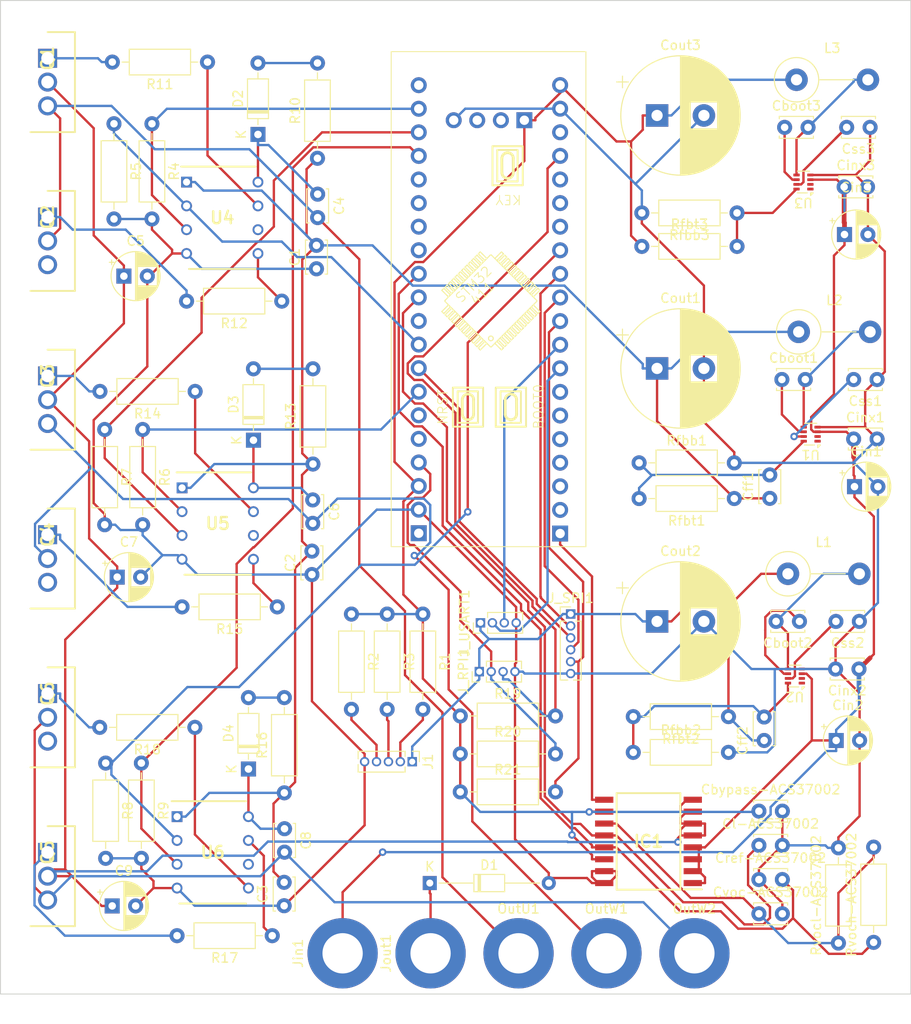
<source format=kicad_pcb>
(kicad_pcb (version 20240108) (generator "pcbnew") (generator_version "8.0")
  (layers (0 "F.Cu" signal) (31 "B.Cu" signal) (34 "B.Paste" user) (35 "F.Paste" user) (36 "B.SilkS" user "B.Silkscreen") (37 "F.SilkS" user "F.Silkscreen") (38 "B.Mask" user) (39 "F.Mask" user) (44 "Edge.Cuts" user))
  (net 0 "")
  (net 1 "Net-(U1-SW)")
  (net 2 "Net-(U1-BST)")
  (net 3 "Net-(U2-BST)")
  (net 4 "Net-(U2-SW)")
  (net 5 "Net-(U3-SW)")
  (net 6 "Net-(U3-BST)")
  (net 7 "Net-(U1-FB)")
  (net 8 "+12V")
  (net 9 "Net-(U2-FB)")
  (net 10 "+5V")
  (net 11 "+24V")
  (net 12 "GND")
  (net 13 "+3.3V")
  (net 14 "Net-(U1-SS)")
  (net 15 "Net-(U2-SS)")
  (net 16 "Net-(U3-SS)")
  (net 17 "Net-(D1-K)")
  (net 18 "Net-(D2-A)")
  (net 19 "BST_U")
  (net 20 "Net-(D3-A)")
  (net 21 "BST_V")
  (net 22 "BST_W")
  (net 23 "Net-(D4-A)")
  (net 24 "hal1")
  (net 25 "hal2")
  (net 26 "hal3")
  (net 27 "Net-(Q1-Pad1)")
  (net 28 "SH_U")
  (net 29 "SL_U")
  (net 30 "Net-(Q2-Pad1)")
  (net 31 "SH_V")
  (net 32 "Net-(Q3-Pad1)")
  (net 33 "SL_V")
  (net 34 "Net-(Q4-Pad1)")
  (net 35 "Net-(Q5-Pad1)")
  (net 36 "SH_W")
  (net 37 "Net-(Q6-Pad1)")
  (net 38 "SL_W")
  (net 39 "Net-(U3-FB)")
  (net 40 "HallU")
  (net 41 "HallW")
  (net 42 "HallV")
  (net 51 "SPI_SCK")
  (net 52 "SPI_MOSI")
  (net 53 "SPI_CS1")
  (net 54 "SPI_MISO")
  (net 55 "USART6_RX")
  (net 56 "USART6_TX")
  (net 57 "T1_V")
  (net 58 "B15")
  (net 59 "Reset")
  (net 60 "T1_WN")
  (net 61 "T1_UN")
  (net 62 "T1_U")
  (net 63 "HSM_W")
  (net 65 "ADC1")
  (net 66 "SCL_RPI")
  (net 67 "B12")
  (net 68 "SDA_RPI")
  (net 69 "SD_U")
  (net 70 "ADC2")
  (net 71 "T1_W")
  (net 73 "IN_U")
  (net 74 "IN_V")
  (net 75 "B2")
  (net 76 "SD_V")
  (net 78 "ADC3")
  (net 79 "HSM_V")
  (net 80 "IN_W")
  (net 81 "T1_VN")
  (net 82 "HSM_U")
  (net 83 "SD_W")
  (net 84 "GH_U")
  (net 85 "GL_U")
  (net 86 "GH_V")
  (net 87 "GL_V")
  (net 88 "GH_W")
  (net 89 "GL_W")
  (net 90 "24V")
  (net 91 "Net-(IC1-VOC)")
  (net 92 "Net-(OutU1-Pin_1)")
  (net 93 "Net-(OutW1-Pin_1)")
  (net 94 "Net-(OutW2-Pin_1)")
  (footprint "STM32:Blackpill" (layer "F.Cu") (at 76.4286 71.9582 90)
    (property "Reference" "U7" (hide yes))
    (property "Value" "YAAJ_BlackPill_SWD_BreakoutV2" (hide yes))
  )
  (footprint "IRS2004PBF:DIP762W56P254L988H533Q8N" (layer "F.Cu") (at 37.6174 36.8754)
    (property "Reference" "U4")
    (property "Value" "IRS2004" (hide yes))
  )
  (footprint "Capacitor_THT:CP_Radial_D5.0mm_P2.50mm" (layer "F.Cu") (at 25.8713 110.2868)
    (property "Reference" "C9")
    (property "Value" "2.2u")
  )
  (footprint "Capacitor_THT:C_Disc_D3.4mm_W2.1mm_P2.50mm" (layer "F.Cu") (at 106.7616 27.2288 180)
    (property "Reference" "Css3")
    (property "Value" "33n")
  )
  (footprint "Capacitor_THT:C_Disc_D3.4mm_W2.1mm_P2.50mm" (layer "F.Cu") (at 44.2614 102.0518 -90)
    (property "Reference" "C8")
    (property "Value" "47n")
  )
  (footprint "Capacitor_THT:C_Disc_D3.4mm_W2.1mm_P2.50mm" (layer "F.Cu") (at 99.2237 79.9338 180)
    (property "Reference" "Cboot2")
    (property "Value" "100n")
  )
  (footprint "Package_TO_SOT_SMD:SOT-583-8" (layer "F.Cu") (at 99.6476 33.0588 180)
    (property "Reference" "U3")
    (property "Value" "TPS62932")
  )
  (footprint "Inductor_THT:L_Axial_L13.0mm_D4.5mm_P7.62mm_Vertical_Fastron_HCCC" (layer "F.Cu") (at 98.9076 22.1488)
    (property "Reference" "L3")
    (property "Value" "7.8u")
  )
  (footprint "Connector_PinHeader_1.27mm:PinHeader_1x05_P1.27mm_Vertical" (layer "F.Cu") (at 57.8916 94.8994 -90)
    (property "Reference" "J1")
    (property "Value" "Conn_01x05")
  )
  (footprint "Resistor_THT:R_Axial_DIN0207_L6.3mm_D2.5mm_P10.16mm_Horizontal" (layer "F.Cu") (at 42.9514 113.4618 180)
    (property "Reference" "R17")
    (property "Value" "4.7")
  )
  (footprint "Diode_THT:D_DO-35_SOD27_P7.62mm_Horizontal" (layer "F.Cu") (at 41.4274 27.9854 90)
    (property "Reference" "D2")
    (property "Value" "1N4148")
  )
  (footprint "Resistor_THT:R_Axial_DIN0207_L6.3mm_D2.5mm_P10.16mm_Horizontal" (layer "F.Cu") (at 59.0246 79.1514 -90)
    (property "Reference" "R1")
    (property "Value" "10k")
  )
  (footprint "Resistor_THT:R_Axial_DIN0207_L6.3mm_D2.5mm_P10.16mm_Horizontal" (layer "F.Cu") (at 92.2646 66.8274 180)
    (property "Reference" "Rfbt1")
    (property "Value" "140k")
  )
  (footprint "Package_TO_SOT_SMD:SOT-583-8" (layer "F.Cu") (at 98.7337 85.7638 180)
    (property "Reference" "U2")
    (property "Value" "TPS62932")
  )
  (footprint "Capacitor_THT:CP_Radial_D5.0mm_P2.50mm" (layer "F.Cu") (at 103.1386 92.6338)
    (property "Reference" "Cin2")
    (property "Value" "10u")
  )
  (footprint "Resistor_THT:R_Axial_DIN0207_L6.3mm_D2.5mm_P10.16mm_Horizontal" (layer "F.Cu") (at 28.9814 95.0468 -90)
    (property "Reference" "R9")
    (property "Value" "10k")
  )
  (footprint "Capacitor_THT:C_Disc_D3.4mm_W2.1mm_P2.50mm" (layer "F.Cu") (at 105.5737 85.0138 180)
    (property "Reference" "Cinx2")
    (property "Value" "100n")
  )
  (footprint "Capacitor_THT:C_Disc_D3.4mm_W2.1mm_P2.50mm" (layer "F.Cu") (at 105.0046 60.4774)
    (property "Reference" "Cinx1")
    (property "Value" "100n")
  )
  (footprint "Resistor_THT:R_Axial_DIN0207_L6.3mm_D2.5mm_P10.16mm_Horizontal" (layer "F.Cu") (at 63.0174 94.0702)
    (property "Reference" "R20")
    (property "Value" "1k5")
  )
  (footprint "Resistor_THT:R_Axial_DIN0207_L6.3mm_D2.5mm_P10.16mm_Horizontal" (layer "F.Cu") (at 30.1104 26.8424 -90)
    (property "Reference" "R4")
    (property "Value" "10k")
  )
  (footprint "Capacitor_THT:C_Disc_D3.4mm_W2.1mm_P2.50mm" (layer "F.Cu") (at 47.7974 34.3554 -90)
    (property "Reference" "C4")
    (property "Value" "47n")
  )
  (footprint "MountingHole:MountingHole_4.3mm_M4_DIN965_Pad" (layer "F.Cu") (at 50.4622 115.3414 90)
    (property "Reference" "Jin1")
    (property "Value" "Conn_01x01_Socket")
  )
  (footprint "Connector_PinHeader_1.27mm:PinHeader_1x04_P1.27mm_Vertical" (layer "F.Cu") (at 65.1764 80.0862 90)
    (property "Reference" "J_USART1")
    (property "Value" "Conn_01x04")
  )
  (footprint "Capacitor_THT:C_Disc_D3.4mm_W2.1mm_P2.50mm" (layer "F.Cu") (at 94.8944 111.125)
    (property "Reference" "Cvoc-ACS37002")
    (property "Value" "C")
  )
  (footprint "Resistor_THT:R_Axial_DIN0207_L6.3mm_D2.5mm_P10.16mm_Horizontal" (layer "F.Cu") (at 92.5576 36.3554 180)
    (property "Reference" "Rfbb3")
    (property "Value" "10k")
  )
  (footprint "Capacitor_THT:C_Disc_D3.4mm_W2.1mm_P2.50mm" (layer "F.Cu") (at 97.6376 27.2288)
    (property "Reference" "Cboot3")
    (property "Value" "100n")
  )
  (footprint "MountingHole:MountingHole_4.3mm_M4_DIN965_Pad" (layer "F.Cu") (at 88.011 115.3414)
    (property "Reference" "OutW2")
    (property "Value" "Conn_01x01_Socket")
  )
  (footprint "Resistor_THT:R_Axial_DIN0207_L6.3mm_D2.5mm_P10.16mm_Horizontal" (layer "F.Cu") (at 91.6437 90.0938 180)
    (property "Reference" "Rfbt2")
    (property "Value" "52.3k")
  )
  (footprint "Package_TO_SOT_SMD:SOT-583-8" (layer "F.Cu") (at 100.4146 59.9574 180)
    (property "Reference" "U1")
    (property "Value" "TPS62932")
  )
  (footprint "Diode_THT:D_DO-35_SOD27_P7.62mm_Horizontal" (layer "F.Cu") (at 40.9448 60.6044 90)
    (property "Reference" "D3")
    (property "Value" "1N4148")
  )
  (footprint "Capacitor_THT:C_Disc_D3.4mm_W2.1mm_P2.50mm" (layer "F.Cu") (at 107.5046 54.1274 180)
    (property "Reference" "Css1")
    (property "Value" "33n")
  )
  (footprint "Capacitor_THT:C_Disc_D3.4mm_W2.1mm_P2.50mm" (layer "F.Cu") (at 97.3446 54.1274)
    (property "Reference" "Cboot1")
    (property "Value" "100n")
  )
  (footprint "Resistor_THT:R_Axial_DIN0207_L6.3mm_D2.5mm_P10.16mm_Horizontal" (layer "F.Cu") (at 47.2948 63.1444 90)
    (property "Reference" "R13")
    (property "Value" "10")
  )
  (footprint "Capacitor_THT:C_Disc_D3.4mm_W2.1mm_P2.50mm" (layer "F.Cu") (at 103.9876 33.5788)
    (property "Reference" "Cinx3")
    (property "Value" "100n")
  )
  (footprint "Resistor_THT:R_Axial_DIN0207_L6.3mm_D2.5mm_P10.16mm_Horizontal" (layer "F.Cu") (at 34.7218 55.3974 180)
    (property "Reference" "R14")
    (property "Value" "4.7")
  )
  (footprint "Capacitor_THT:C_Disc_D3.4mm_W2.1mm_P2.50mm" (layer "F.Cu") (at 94.8944 100.175)
    (property "Reference" "Cbypass-ACS37002")
    (property "Value" "C")
  )
  (footprint "Resistor_THT:R_Axial_DIN0207_L6.3mm_D2.5mm_P10.16mm_Horizontal" (layer "F.Cu") (at 81.4837 93.9038)
    (property "Reference" "Rfbb2")
    (property "Value" "10k")
  )
  (footprint "IRS2004PBF:DIP762W56P254L988H533Q8N" (layer "F.Cu") (at 36.6014 104.5718)
    (property "Reference" "U6")
    (property "Value" "IRS2004" (hide yes))
  )
  (footprint "Resistor_THT:R_Axial_DIN0207_L6.3mm_D2.5mm_P10.16mm_Horizontal" (layer "F.Cu") (at 25.0698 59.4614 -90)
    (property "Reference" "R7")
    (property "Value" "10k")
  )
  (footprint "IRS2004PBF:DIP762W56P254L988H533Q8N" (layer "F.Cu") (at 37.1348 69.4944)
    (property "Reference" "U5")
    (property "Value" "IRS2004" (hide yes))
  )
  (footprint "Inductor_THT:L_Axial_L13.0mm_D4.5mm_P7.62mm_Vertical_Fastron_HCCC" (layer "F.Cu") (at 97.9937 74.8538)
    (property "Reference" "L1")
    (property "Value" "10u")
  )
  (footprint "Resistor_THT:R_Axial_DIN0207_L6.3mm_D2.5mm_P10.16mm_Horizontal" (layer "F.Cu") (at 82.3976 39.9288)
    (property "Reference" "Rfbt3")
    (property "Value" "30.9")
  )
  (footprint "Resistor_THT:R_Axial_DIN0207_L6.3mm_D2.5mm_P10.16mm_Horizontal" (layer "F.Cu") (at 55.2146 79.1514 -90)
    (property "Reference" "R3")
    (property "Value" "10k")
  )
  (footprint "LIB_IPP015N04NF2SAKMA1:TO254P475X1028X1996-3P" (layer "F.Cu") (at 18.9738 53.7432 -90)
    (property "Reference" "Q3")
    (property "Value" "IPP015N04NF2SAKMA1" (hide yes))
  )
  (footprint "Capacitor_THT:C_Disc_D3.4mm_W2.1mm_P2.50mm" (layer "F.Cu") (at 96.0546 66.8074 90)
    (property "Reference" "Cff1")
    (property "Value" "47p")
  )
  (footprint "Capacitor_THT:C_Disc_D3.4mm_W2.1mm_P2.50mm" (layer "F.Cu") (at 47.1878 74.9354 90)
    (property "Reference" "C2")
    (property "Value" "470n")
  )
  (footprint "Capacitor_THT:CP_Radial_D12.5mm_P5.00mm" (layer "F.Cu") (at 84.0237 79.9338)
    (property "Reference" "Cout2")
    (property "Value" "47u")
  )
  (footprint "Capacitor_THT:C_Disc_D3.4mm_W2.1mm_P2.50mm" (layer "F.Cu") (at 47.6704 42.3164 90)
    (property "Reference" "C1")
    (property "Value" "470n")
  )
  (footprint "Capacitor_THT:CP_Radial_D5.0mm_P2.50mm" (layer "F.Cu") (at 26.4047 75.2094)
    (property "Reference" "C7")
    (property "Value" "2.2u")
  )
  (footprint "Resistor_THT:R_Axial_DIN0207_L6.3mm_D2.5mm_P10.16mm_Horizontal" (layer "F.Cu") (at 44.2414 98.2218 90)
    (property "Reference" "R16")
    (property "Value" "10")
  )
  (footprint "MountingHole:MountingHole_4.3mm_M4_DIN965_Pad" (layer "F.Cu") (at 78.6238 115.3414)
    (property "Reference" "OutW1")
    (property "Value" "Conn_01x01_Socket")
  )
  (footprint "Resistor_THT:R_Axial_DIN0207_L6.3mm_D2.5mm_P10.16mm_Horizontal" (layer "F.Cu") (at 107.1372 114.173 90)
    (property "Reference" "Rvoch-ACS37002")
    (property "Value" "R")
  )
  (footprint "Resistor_THT:R_Axial_DIN0207_L6.3mm_D2.5mm_P10.16mm_Horizontal" (layer "F.Cu") (at 25.1714 95.0468 -90)
    (property "Reference" "R8")
    (property "Value" "10k")
  )
  (footprint "Capacitor_THT:CP_Radial_D12.5mm_P5.00mm" (layer "F.Cu") (at 84.0237 52.9463)
    (property "Reference" "Cout1")
    (property "Value" "47u")
  )
  (footprint "Resistor_THT:R_Axial_DIN0207_L6.3mm_D2.5mm_P10.16mm_Horizontal" (layer "F.Cu") (at 63.0174 90.0202)
    (property "Reference" "R19")
    (property "Value" "1k5")
  )
  (footprint "Capacitor_THT:C_Disc_D3.4mm_W2.1mm_P2.50mm" (layer "F.Cu") (at 94.8944 103.825)
    (property "Reference" "Cl-ACS37002")
    (property "Value" "C")
  )
  (footprint "Resistor_THT:R_Axial_DIN0207_L6.3mm_D2.5mm_P10.16mm_Horizontal" (layer "F.Cu") (at 51.4046 79.1514 -90)
    (property "Reference" "R2")
    (property "Value" "10k")
  )
  (footprint "Resistor_THT:R_Axial_DIN0207_L6.3mm_D2.5mm_P10.16mm_Horizontal" (layer "F.Cu") (at 43.4848 78.3844 180)
    (property "Reference" "R15")
    (property "Value" "4.7")
  )
  (footprint "Capacitor_THT:C_Disc_D3.4mm_W2.1mm_P2.50mm" (layer "F.Cu") (at 44.2214 110.2668 90)
    (property "Reference" "C3")
    (property "Value" "470n")
  )
  (footprint "Connector_PinHeader_1.27mm:PinHeader_1x04_P1.27mm_Vertical" (layer "F.Cu") (at 65.0494 85.2932 90)
    (property "Reference" "J_RPI1")
    (property "Value" "Conn_01x04")
  )
  (footprint "Capacitor_THT:C_Disc_D3.4mm_W2.1mm_P2.50mm" (layer "F.Cu") (at 47.2748 66.9744 -90)
    (property "Reference" "C6")
    (property "Value" "47n")
  )
  (footprint "Resistor_THT:R_Axial_DIN0207_L6.3mm_D2.5mm_P10.16mm_Horizontal" (layer "F.Cu") (at 26.0604 26.8424 -90)
    (property "Reference" "R5")
    (property "Value" "10k")
  )
  (footprint "Capacitor_THT:CP_Radial_D5.0mm_P2.50mm" (layer "F.Cu") (at 27.1164 43.0984)
    (property "Reference" "C5")
    (property "Value" "2.2u")
  )
  (footprint "MountingHole:MountingHole_4.3mm_M4_DIN965_Pad" (layer "F.Cu") (at 59.8494 115.3414 90)
    (property "Reference" "Jout1")
    (property "Value" "Conn_01x01_Socket")
  )
  (footprint "LIB_IPP015N04NF2SAKMA1:TO254P475X1028X1996-3P" (layer "F.Cu") (at 18.9738 104.5718 -90)
    (property "Reference" "Q5")
    (property "Value" "IPP015N04NF2SAKMA1" (hide yes))
  )
  (footprint "Resistor_THT:R_Axial_DIN0207_L6.3mm_D2.5mm_P10.16mm_Horizontal" (layer "F.Cu") (at 29.1198 59.4614 -90)
    (property "Reference" "R6")
    (property "Value" "10k")
  )
  (footprint "Resistor_THT:R_Axial_DIN0207_L6.3mm_D2.5mm_P10.16mm_Horizontal" (layer "F.Cu") (at 43.9674 45.7654 180)
    (property "Reference" "R12")
    (property "Value" "4.7")
  )
  (footprint "Connector_PinHeader_1.27mm:PinHeader_1x06_P1.27mm_Vertical" (layer "F.Cu") (at 74.803 79.1464)
    (property "Reference" "J_SPI1")
    (property "Value" "Conn_01x06")
  )
  (footprint "Capacitor_THT:CP_Radial_D12.5mm_P5.00mm" (layer "F.Cu") (at 84.0237 25.9588)
    (property "Reference" "Cout3")
    (property "Value" "22u")
  )
  (footprint "Inductor_THT:L_Axial_L13.0mm_D4.5mm_P7.62mm_Vertical_Fastron_HCCC" (layer "F.Cu") (at 99.1396 49.0474)
    (property "Reference" "L2")
    (property "Value" "15u")
  )
  (footprint "Resistor_THT:R_Axial_DIN0207_L6.3mm_D2.5mm_P10.16mm_Horizontal" (layer "F.Cu") (at 34.6964 91.2368 180)
    (property "Reference" "R18")
    (property "Value" "4.7")
  )
  (footprint "Capacitor_THT:C_Disc_D3.4mm_W2.1mm_P2.50mm" (layer "F.Cu") (at 105.6137 79.9338 180)
    (property "Reference" "Css2")
    (property "Value" "33n")
  )
  (footprint "Capacitor_THT:C_Disc_D3.4mm_W2.1mm_P2.50mm" (layer "F.Cu") (at 94.8944 107.475)
    (property "Reference" "Cref-ACS37002")
    (property "Value" "C")
  )
  (footprint "LIB_IPP015N04NF2SAKMA1:TO254P475X1028X1996-3P" (layer "F.Cu") (at 18.9738 87.6289 -90)
    (property "Reference" "Q6")
    (property "Value" "IPP015N04NF2SAKMA1" (hide yes))
  )
  (footprint "MountingHole:MountingHole_4.3mm_M4_DIN965_Pad" (layer "F.Cu") (at 69.2366 115.3414)
    (property "Reference" "OutU1")
    (property "Value" "Conn_01x01_Socket")
  )
  (footprint "LIB_IPP015N04NF2SAKMA1:TO254P475X1028X1996-3P" (layer "F.Cu") (at 18.9738 70.686 -90)
    (property "Reference" "Q4")
    (property "Value" "IPP015N04NF2SAKMA1" (hide yes))
  )
  (footprint "Capacitor_THT:C_Disc_D3.4mm_W2.1mm_P2.50mm" (layer "F.Cu") (at 95.4537 92.6338 90)
    (property "Reference" "Cff2")
    (property "Value" "47p")
  )
  (footprint "Resistor_THT:R_Axial_DIN0207_L6.3mm_D2.5mm_P10.16mm_Horizontal" (layer "F.Cu") (at 36.0426 20.2638 180)
    (property "Reference" "R11")
    (property "Value" "4.7")
  )
  (footprint "Resistor_THT:R_Axial_DIN0207_L6.3mm_D2.5mm_P10.16mm_Horizontal" (layer "F.Cu") (at 103.378 114.2492 90)
    (property "Reference" "Rvocl-ACS37002")
    (property "Value" "R")
  )
  (footprint "LIB_IPP015N04NF2SAKMA1:TO254P475X1028X1996-3P" (layer "F.Cu") (at 18.9738 19.8574 -90)
    (property "Reference" "Q1")
    (property "Value" "IPP015N04NF2SAKMA1" (hide yes))
  )
  (footprint "Capacitor_THT:CP_Radial_D5.0mm_P2.50mm" (layer "F.Cu") (at 104.0276 38.6588)
    (property "Reference" "Cin3")
    (property "Value" "10u")
  )
  (footprint "LIB_IPP015N04NF2SAKMA1:TO254P475X1028X1996-3P" (layer "F.Cu") (at 18.9738 36.8003 -90)
    (property "Reference" "Q2")
    (property "Value" "IPP015N04NF2SAKMA1" (hide yes))
  )
  (footprint "KiCad:SOIC127P1030X265-16N" (layer "F.Cu") (at 83.1082 103.4034 180)
    (property "Reference" "IC1")
    (property "Value" "ACS37002LLAATR-015B5" (hide yes))
  )
  (footprint "Capacitor_THT:CP_Radial_D5.0mm_P2.50mm" (layer "F.Cu") (at 105.0944 65.5574)
    (property "Reference" "Cin1")
    (property "Value" "10u")
  )
  (footprint "Diode_THT:D_DO-35_SOD27_P7.62mm_Horizontal" (layer "F.Cu") (at 40.4114 95.6818 90)
    (property "Reference" "D4")
    (property "Value" "1N4148")
  )
  (footprint "Resistor_THT:R_Axial_DIN0207_L6.3mm_D2.5mm_P10.16mm_Horizontal" (layer "F.Cu") (at 47.7774 30.5254 90)
    (property "Reference" "R10")
    (property "Value" "10")
  )
  (footprint "Resistor_THT:R_Axial_DIN0207_L6.3mm_D2.5mm_P10.16mm_Horizontal" (layer "F.Cu") (at 82.1046 63.0174)
    (property "Reference" "Rfbb1")
    (property "Value" "10k")
  )
  (footprint "Resistor_THT:R_Axial_DIN0207_L6.3mm_D2.5mm_P10.16mm_Horizontal" (layer "F.Cu") (at 63.0174 98.1202)
    (property "Reference" "R21")
    (property "Value" "10k")
  )
  (footprint "Diode_THT:D_DO-34_SOD68_P12.70mm_Horizontal" (layer "F.Cu") (at 59.7662 107.8484)
    (property "Reference" "D1")
    (property "Value" "D")
  )
  (gr_rect (start 13.9446 13.6906) (end 111.0996 119.6848) (stroke (width 0.1)) (fill none) (layer "Edge.Cuts"))
  (segment (start 99.6746 54.2974) (end 99.8446 54.1274) (width 0.25) (layer "F.Cu") (net 1))
  (segment (start 99.6746 59.2074) (end 99.6746 54.2974) (width 0.25) (layer "F.Cu") (net 1))
  (segment (start 104.925 49.0474) (end 99.8446 54.1274) (width 0.25) (layer "B.Cu") (net 1))
  (segment (start 106.7596 49.0474) (end 104.925 49.0474) (width 0.25) (layer "B.Cu") (net 1))
  (segment (start 106.76 49.0474) (end 106.7596 49.0474) (width 0.25) (layer "B.Cu") (net 1))
  (segment (start 99.197 59.7074) (end 97.3446 57.855) (width 0.25) (layer "F.Cu") (net 2))
  (segment (start 99.6746 59.7074) (end 99.197 59.7074) (width 0.25) (layer "F.Cu") (net 2))
  (segment (start 97.3446 57.855) (end 97.3446 54.1274) (width 0.25) (layer "F.Cu") (net 2))
  (segment (start 97.5575 85.5138) (end 95.5732 83.5295) (width 0.25) (layer "F.Cu") (net 3))
  (segment (start 95.5747 79.4736) (end 96.2457 78.8026) (width 0.25) (layer "F.Cu") (net 3))
  (segment (start 95.5732 80.8531) (end 95.5747 80.8516) (width 0.25) (layer "F.Cu") (net 3))
  (segment (start 95.5732 83.5295) (end 95.5732 80.8531) (width 0.25) (layer "F.Cu") (net 3))
  (segment (start 98.0925 78.8026) (end 99.2237 79.9338) (width 0.25) (layer "F.Cu") (net 3))
  (segment (start 97.9937 85.5138) (end 97.5575 85.5138) (width 0.25) (layer "F.Cu") (net 3))
  (segment (start 96.2457 78.8026) (end 98.0925 78.8026) (width 0.25) (layer "F.Cu") (net 3))
  (segment (start 95.5747 80.8516) (end 95.5747 79.4736) (width 0.25) (layer "F.Cu") (net 3))
  (segment (start 97.9937 85.0138) (end 97.9937 81.2038) (width 0.25) (layer "F.Cu") (net 4))
  (segment (start 97.9937 81.2038) (end 96.7237 79.9338) (width 0.25) (layer "F.Cu") (net 4))
  (segment (start 101.804 74.8538) (end 96.7237 79.9338) (width 0.25) (layer "B.Cu") (net 4))
  (segment (start 105.6137 74.8538) (end 101.804 74.8538) (width 0.25) (layer "B.Cu") (net 4))
  (segment (start 105.614 74.8538) (end 105.6137 74.8538) (width 0.25) (layer "B.Cu") (net 4))
  (segment (start 99.8304 27.5363) (end 99.5228 27.8438) (width 0.25) (layer "F.Cu") (net 5))
  (segment (start 98.9076 28.4588) (end 99.5228 27.8438) (width 0.25) (layer "F.Cu") (net 5))
  (segment (start 99.5228 27.8438) (end 100.138 27.229) (width 0.25) (layer "F.Cu") (net 5))
  (segment (start 98.9076 32.3088) (end 98.9076 28.4588) (width 0.25) (layer "F.Cu") (net 5))
  (segment (start 100.138 27.229) (end 100.138 27.2288) (width 0.25) (layer "F.Cu") (net 5))
  (segment (start 99.8304 27.5363) (end 100.1376 27.2291) (width 0.25) (layer "F.Cu") (net 5))
  (segment (start 100.138 27.2288) (end 99.8304 27.5363) (width 0.25) (layer "F.Cu") (net 5))
  (segment (start 100.1376 27.2291) (end 100.1376 27.2288) (width 0.25) (layer "F.Cu") (net 5))
  (segment (start 106.528 22.1488) (end 106.5276 22.1488) (width 0.25) (layer "B.Cu") (net 5))
  (segment (start 105.001 22.1488) (end 105.001 22.3655) (width 0.25) (layer "B.Cu") (net 5))
  (segment (start 106.5276 22.1488) (end 105.001 22.1488) (width 0.25) (layer "B.Cu") (net 5))
  (segment (start 100.9435 26.4229) (end 100.1376 27.2288) (width 0.25) (layer "B.Cu") (net 5))
  (segment (start 105.001 22.3655) (end 100.9439 26.4229) (width 0.25) (layer "B.Cu") (net 5))
  (segment (start 100.9439 26.4229) (end 100.138 27.2288) (width 0.25) (layer "B.Cu") (net 5))
  (segment (start 100.9439 26.4229) (end 100.9435 26.4229) (width 0.25) (layer "B.Cu") (net 5))
  (segment (start 98.4714 32.8088) (end 97.6376 31.975) (width 0.25) (layer "F.Cu") (net 6))
  (segment (start 97.6376 31.975) (end 97.6376 27.2288) (width 0.25) (layer "F.Cu") (net 6))
  (segment (start 98.9076 32.8088) (end 98.4714 32.8088) (width 0.25) (layer "F.Cu") (net 6))
  (segment (start 96.0746 64.3074) (end 99.6746 60.7074) (width 0.25) (layer "F.Cu") (net 7))
  (segment (start 96.0546 64.3074) (end 96.0746 64.3074) (width 0.25) (layer "F.Cu") (net 7))
  (segment (start 83.3946 64.4107) (end 83.3946 64.3074) (width 0.25) (layer "B.Cu") (net 7))
  (segment (start 96.0546 64.3074) (end 83.3946 64.3074) (width 0.25) (layer "B.Cu") (net 7))
  (segment (start 83.3946 64.3074) (end 82.1046 63.0174) (width 0.25) (layer "B.Cu") (net 7))
  (segment (start 82.1046 66.8274) (end 82.1046 65.7007) (width 0.25) (layer "B.Cu") (net 7))
  (segment (start 82.1046 65.7007) (end 83.3946 64.4107) (width 0.25) (layer "B.Cu") (net 7))
  (segment (start 46.1547 41.3321) (end 47.6704 39.8164) (width 0.25) (layer "F.Cu") (net 8))
  (segment (start 43.6557 107.2011) (end 43.6557 107.201) (width 0.25) (layer "F.Cu") (net 8))
  (segment (start 47.1878 72.4354) (end 45.3928 74.2304) (width 0.25) (layer "F.Cu") (net 8))
  (segment (start 92.2646 66.8074) (end 96.0546 66.8074) (width 0.25) (layer "F.Cu") (net 8))
  (segment (start 43.09 99.3732) (end 43.09 106.635) (width 0.25) (layer "F.Cu") (net 8))
  (segment (start 45.3928 74.2304) (end 45.3928 97.0704) (width 0.25) (layer "F.Cu") (net 8))
  (segment (start 47.1878 72.4354) (end 46.1324 71.38) (width 0.25) (layer "F.Cu") (net 8))
  (segment (start 44.2214 107.7668) (end 43.6557 107.2011) (width 0.25) (layer "F.Cu") (net 8))
  (segment (start 46.1324 64.3068) (end 47.2948 63.1444) (width 0.25) (layer "F.Cu") (net 8))
  (segment (start 46.615 31.6878) (end 47.7774 30.5254) (width 0.25) (layer "F.Cu") (net 8))
  (segment (start 45.3928 97.0704) (end 44.2414 98.2218) (width 0.25) (layer "F.Cu") (net 8))
  (segment (start 46.1547 62.0043) (end 46.1547 41.3321) (width 0.25) (layer "F.Cu") (net 8))
  (segment (start 46.615 38.761) (end 46.615 31.6878) (width 0.25) (layer "F.Cu") (net 8))
  (segment (start 43.09 106.635) (end 43.6557 107.201) (width 0.25) (layer "F.Cu") (net 8))
  (segment (start 47.2948 63.1444) (end 46.1547 62.0043) (width 0.25) (layer "F.Cu") (net 8))
  (segment (start 47.6704 39.8164) (end 46.615 38.761) (width 0.25) (layer "F.Cu") (net 8))
  (segment (start 92.2646 66.8274) (end 92.2646 66.8074) (width 0.25) (layer "F.Cu") (net 8))
  (segment (start 44.2414 98.2218) (end 43.09 99.3732) (width 0.25) (layer "F.Cu") (net 8))
  (segment (start 92.2646 66.8074) (end 84.0237 58.5665) (width 0.25) (layer "F.Cu") (net 8))
  (segment (start 84.0237 58.5665) (end 84.0237 52.9463) (width 0.25) (layer "F.Cu") (net 8))
  (segment (start 46.1324 71.38) (end 46.1324 64.3068) (width 0.25) (layer "F.Cu") (net 8))
  (segment (start 36.7705 63.1444) (end 47.2948 63.1444) (width 0.25) (layer "B.Cu") (net 8))
  (segment (start 85.5504 52.9463) (end 89.4493 49.0474) (width 0.25) (layer "B.Cu") (net 8))
  (segment (start 35.6188 33.9711) (end 41.8251 33.9711) (width 0.25) (layer "B.Cu") (net 8))
  (segment (start 84.0237 52.9463) (end 85.5504 52.9463) (width 0.25) (layer "B.Cu") (net 8))
  (segment (start 57.9465 44.1124) (end 74.1402 44.1124) (width 0.25) (layer "B.Cu") (net 8))
  (segment (start 53.6505 39.8164) (end 57.9465 44.1124) (width 0.25) (layer "B.Cu") (net 8))
  (segment (start 47.6704 39.8164) (end 53.6505 39.8164) (width 0.25) (layer "B.Cu") (net 8))
  (segment (start 89.4493 49.0474) (end 99.1396 49.0474) (width 0.25) (layer "B.Cu") (net 8))
  (segment (start 34.2305 65.6844) (end 36.7705 63.1444) (width 0.25) (layer "B.Cu") (net 8))
  (segment (start 41.8251 33.9711) (end 47.6704 39.8164) (width 0.25) (layer "B.Cu") (net 8))
  (segment (start 44.2414 98.2218) (end 36.2371 98.2218) (width 0.25) (layer "B.Cu") (net 8))
  (segment (start 33.6971 100.762) (end 32.7916 100.762) (width 0.25) (layer "B.Cu") (net 8))
  (segment (start 82.497 52.9463) (end 84.0237 52.9463) (width 0.25) (layer "B.Cu") (net 8))
  (segment (start 36.2371 98.2218) (end 33.6971 100.762) (width 0.25) (layer "B.Cu") (net 8))
  (segment (start 34.7131 33.0654) (end 35.6188 33.9711) (width 0.25) (layer "B.Cu") (net 8))
  (segment (start 74.1402 44.1124) (end 82.497 52.4692) (width 0.25) (layer "B.Cu") (net 8))
  (segment (start 82.497 52.4692) (end 82.497 52.9463) (width 0.25) (layer "B.Cu") (net 8))
  (segment (start 32.7916 100.762) (end 32.7914 100.7618) (width 0.25) (layer "B.Cu") (net 8))
  (segment (start 33.8074 33.0654) (end 34.7131 33.0654) (width 0.25) (layer "B.Cu") (net 8))
  (segment (start 33.3248 65.6844) (end 34.2305 65.6844) (width 0.25) (layer "B.Cu") (net 8))
  (segment (start 81.4837 90.0938) (end 81.4837 93.9038) (width 0.25) (layer "F.Cu") (net 9))
  (segment (start 97.9937 87.5938) (end 97.9937 86.5138) (width 0.25) (layer "F.Cu") (net 9))
  (segment (start 95.4537 90.1338) (end 97.9937 87.5938) (width 0.25) (layer "F.Cu") (net 9))
  (segment (start 83.7371 88.9671) (end 94.287 88.9671) (width 0.25) (layer "B.Cu") (net 9))
  (segment (start 94.287 88.9671) (end 95.4537 90.1338) (width 0.25) (layer "B.Cu") (net 9))
  (segment (start 82.6104 90.0938) (end 83.7371 88.9671) (width 0.25) (layer "B.Cu") (net 9))
  (segment (start 81.4837 90.0938) (end 82.6104 90.0938) (width 0.25) (layer "B.Cu") (net 9))
  (segment (start 95.1362 74.8538) (end 91.6437 78.3463) (width 0.25) (layer "F.Cu") (net 10))
  (segment (start 84.0237 79.9338) (end 85.5504 79.9338) (width 0.25) (layer "F.Cu") (net 10))
  (segment (start 91.6437 78.3463) (end 91.6437 90.0938) (width 0.25) (layer "F.Cu") (net 10))
  (segment (start 87.1379 78.3463) (end 91.6437 78.3463) (width 0.25) (layer "F.Cu") (net 10))
  (segment (start 85.5504 79.9338) (end 87.1379 78.3463) (width 0.25) (layer "F.Cu") (net 10))
  (segment (start 97.9937 74.8538) (end 95.1362 74.8538) (width 0.25) (layer "F.Cu") (net 10))
  (segment (start 65.0494 86.1199) (end 57.8916 93.2777) (width 0.25) (layer "B.Cu") (net 10))
  (segment (start 81.7096 79.1464) (end 74.803 79.1464) (width 0.25) (layer "B.Cu") (net 10))
  (segment (start 66.0789 81.8154) (end 65.0494 82.8449) (width 0.25) (layer "B.Cu") (net 10))
  (segment (start 57.8916 93.2777) (end 57.8916 94.8994) (width 0.25) (layer "B.Cu") (net 10))
  (segment (start 74.803 79.1464) (end 73.9763 79.1464) (width 0.25) (layer "B.Cu") (net 10))
  (segment (start 65.0494 82.8449) (end 65.0494 85.2932) (width 0.25) (layer "B.Cu") (net 10))
  (segment (start 65.1764 80.9129) (end 65.1764 80.0862) (width 0.25) (layer "B.Cu") (net 10))
  (segment (start 91.6437 90.0938) (end 94.1837 92.6338) (width 0.25) (layer "B.Cu") (net 10))
  (segment (start 94.1837 92.6338) (end 95.4537 92.6338) (width 0.25) (layer "B.Cu") (net 10))
  (segment (start 71.3073 81.8154) (end 66.0789 81.8154) (width 0.25) (layer "B.Cu") (net 10))
  (segment (start 66.0789 81.8154) (end 65.1764 80.9129) (width 0.25) (layer "B.Cu") (net 10))
  (segment (start 84.0237 79.9338) (end 82.497 79.9338) (width 0.25) (layer "B.Cu") (net 10))
  (segment (start 82.497 79.9338) (end 81.7096 79.1464) (width 0.25) (layer "B.Cu") (net 10))
  (segment (start 65.0494 85.2932) (end 65.0494 86.1199) (width 0.25) (layer "B.Cu") (net 10))
  (segment (start 73.9763 79.1464) (end 71.3073 81.8154) (width 0.25) (layer "B.Cu") (net 10))
  (segment (start 105.094 66.6841) (end 107.162 68.7518) (width 0.25) (layer "F.Cu") (net 11))
  (segment (start 104.235 59.7074) (end 101.1546 59.7074) (width 0.25) (layer "F.Cu") (net 11))
  (segment (start 50.4622 115.341) (end 50.4622 108.823) (width 0.25) (layer "F.Cu") (net 11))
  (segment (start 106.765 83.8225) (end 106.368 84.2196) (width 0.25) (layer "F.Cu") (net 11))
  (segment (start 105.005 64.3409) (end 105.094 64.4307) (width 0.25) (layer "F.Cu") (net 11))
  (segment (start 103.9876 33.5788) (end 103.9879 33.5785) (width 0.5) (layer "F.Cu") (net 11))
  (segment (start 104.028 39.2221) (end 104.0276 39.2217) (width 0.5) (layer "F.Cu") (net 11))
  (segment (start 103.9876 37.3671) (end 103.9876 33.5788) (width 0.5) (layer "F.Cu") (net 11))
  (segment (start 100.536 86.0805) (end 100.536 92.6338) (width 0.25) (layer "F.Cu") (net 11))
  (segment (start 105.005 60.477) (end 105.005 60.4774) (width 0.25) (layer "F.Cu") (net 11))
  (segment (start 89.1349 104.038) (end 89.1349 104.035) (width 0.25) (layer "F.Cu") (net 11))
  (segment (start 102.901 40.9122) (end 104.028 39.7855) (width 0.25) (layer "F.Cu") (net 11))
  (segment (start 88.4841 104.038) (end 88.4841 105.308) (width 0.25) (layer "F.Cu") (net 11))
  (segment (start 103.1386 92.6338) (end 103.139 92.6338) (width 0.25) (layer "F.Cu") (net 11))
  (segment (start 88.4841 104.038) (end 87.8336 104.038) (width 0.25) (layer "F.Cu") (net 11))
  (segment (start 104.028 39.7855) (end 104.028 39.2221) (width 0.25) (layer "F.Cu") (net 11))
  (segment (start 104.0276 37.4071) (end 103.9876 37.3671) (width 0.5) (layer "F.Cu") (net 11))
  (segment (start 100.536 92.6338) (end 103.1386 92.6338) (width 0.25) (layer "F.Cu") (net 11))
  (segment (start 99.4737 85.5138) (end 99.9691 85.5138) (width 0.25) (layer "F.Cu") (net 11))
  (segment (start 87.8336 106.578) (end 87.8332 106.5784) (width 0.5) (layer "F.Cu") (net 11))
  (segment (start 105.094 65.5574) (end 105.094 66.6841) (width 0.25) (layer "F.Cu") (net 11))
  (segment (start 107.162 83.4254) (end 106.765 83.8225) (width 0.25) (layer "F.Cu") (net 11))
  (segment (start 106.765 83.8225) (end 105.5737 85.0138) (width 0.5) (layer "F.Cu") (net 11))
  (segment (start 101.1546 59.7074) (end 100.728 59.7074) (width 0.25) (layer "F.Cu") (net 11))
  (segment (start 104.0276 38.6588) (end 104.0276 37.4071) (width 0.5) (layer "F.Cu") (net 11))
  (segment (start 103.9879 33.5785) (end 103.988 33.5786) (width 0.25) (layer "F.Cu") (net 11))
  (segment (start 87.8336 107.848) (end 87.8332 107.8484) (width 0.5) (layer "F.Cu") (net 11))
  (segment (start 107.162 68.7518) (end 107.162 83.4254) (width 0.25) (layer "F.Cu") (net 11))
  (segment (start 105.005 62.4091) (end 105.005 64.3409) (width 0.25) (layer "F.Cu") (net 11))
  (segment (start 105.0046 62.4087) (end 105.0046 60.4774) (width 0.5) (layer "F.Cu") (net 11))
  (segment (start 50.4622 115.3414) (end 50.4622 115.341) (width 0.5) (layer "F.Cu") (net 11))
  (segment (start 99.9691 85.5138) (end 100.536 86.0805) (width 0.25) (layer "F.Cu") (net 11))
  (segment (start 89.1349 104.035) (end 100.536 92.6338) (width 0.25) (layer "F.Cu") (net 11))
  (segment (start 105.0944 65.5574) (end 105.094 65.5574) (width 0.5) (layer "F.Cu") (net 11))
  (segment (start 105.005 60.4774) (end 105.005 62.4091) (width 0.25) (layer "F.Cu") (net 11))
  (segment (start 100.388 32.8088) (end 103.218 32.8088) (width 0.25) (layer "F.Cu") (net 11))
  (segment (start 105.005 60.4774) (end 105.005 60.477) (width 0.25) (layer "F.Cu") (net 11))
  (segment (start 103.218 32.8088) (end 103.9879 33.5785) (width 0.25) (layer "F.Cu") (net 11))
  (segment (start 100.472 58.1309) (end 102.901 55.7022) (width 0.25) (layer "F.Cu") (net 11))
  (segment (start 100.472 59.4516) (end 100.472 58.1309) (width 0.25) (layer "F.Cu") (net 11))
  (segment (start 105.005 60.477) (end 104.235 59.7074) (width 0.25) (layer "F.Cu") (net 11))
  (segment (start 88.4841 105.308) (end 88.4841 106.578) (width 0.25) (layer "F.Cu") (net 11))
  (segment (start 88.4841 106.578) (end 87.8336 106.578) (width 0.25) (layer "F.Cu") (net 11))
  (segment (start 88.4841 104.038) (end 89.1349 104.038) (width 0.25) (layer "F.Cu") (net 11))
  (segment (start 89.1349 107.848) (end 87.8336 107.848) (width 0.25) (layer "F.Cu") (net 11))
  (segment (start 104.0276 39.2217) (end 104.0276 38.6588) (width 0.5) (layer "F.Cu") (net 11))
  (segment (start 104.028 39.2221) (end 104.028 38.6588) (width 0.25) (layer "F.Cu") (net 11))
  (segment (start 87.8336 105.308) (end 87.8332 105.3084) (width 0.5) (layer "F.Cu") (net 11))
  (segment (start 105.005 62.4091) (end 105.0046 62.4087) (width 0.5) (layer "F.Cu") (net 11))
  (segment (start 88.4841 105.308) (end 87.8336 105.308) (width 0.25) (layer "F.Cu") (net 11))
  (segment (start 88.4841 106.578) (end 89.1349 107.229) (width 0.25) (layer "F.Cu") (net 11))
  (segment (start 89.1349 107.229) (end 89.1349 107.848) (width 0.25) (layer "F.Cu") (net 11))
  (segment (start 50.4622 108.823) (end 54.7348 104.55) (width 0.25) (layer "F.Cu") (net 11))
  (segment (start 102.901 55.7022) (end 102.901 40.9122) (width 0.25) (layer "F.Cu") (net 11))
  (segment (start 100.728 59.7074) (end 100.472 59.4516) (width 0.25) (layer "F.Cu") (net 11))
  (segment (start 87.8336 104.038) (end 87.8332 104.0384) (width 0.5) (layer "F.Cu") (net 11))
  (segment (start 105.094 64.4307) (end 105.094 65.5574) (width 0.25) (layer "F.Cu") (net 11))
  (via (at 54.7348 104.55) (size 0.8) (drill 0.4) (layers "F.Cu" "B.Cu") (net 11))
  (segment (start 96.1444 99.7404) (end 96.1444 100.527) (width 0.25) (layer "B.Cu") (net 11))
  (segment (start 105.574 89.072) (end 103.139 91.5071) (width 0.25) (layer "B.Cu") (net 11))
  (segment (start 105.5737 87.0426) (end 105.5737 85.0138) (width 0.5) (layer "B.Cu") (net 11))
  (segment (start 104.008 33.5988) (end 104.0076 33.5988) (width 0.5) (layer "B.Cu") (net 11))
  (segment (start 103.988 33.5788) (end 104.008 33.5988) (width 0.25) (layer "B.Cu") (net 11))
  (segment (start 105.574 87.0429) (end 105.5737 87.0426) (width 0.5) (layer "B.Cu") (net 11))
  (segment (start 103.139 91.5071) (end 103.139 92.6338) (width 0.25) (layer "B.Cu") (net 11))
  (segment (start 104.028 33.6188) (end 104.028 36.1388) (width 0.25) (layer "B.Cu") (net 11))
  (segment (start 103.139 93.7605) (end 102.124 93.7605) (width 0.25) (layer "B.Cu") (net 11))
  (segment (start 102.124 93.7605) (end 96.1444 99.7404) (width 0.25) (layer "B.Cu") (net 11))
  (segment (start 96.1444 100.527) (end 92.1211 104.55) (width 0.25) (layer "B.Cu") (net 11))
  (segment (start 92.1211 104.55) (end 54.7348 104.55) (width 0.25) (layer "B.Cu") (net 11))
  (segment (start 103.1386 92.6338) (end 103.139 92.6338) (width 0.5) (layer "B.Cu") (net 11))
  (segment (start 105.574 87.0429) (end 105.574 89.072) (width 0.25) (layer "B.Cu") (net 11))
  (segment (start 104.0076 33.5988) (end 103.9876 33.5788) (width 0.5) (layer "B.Cu") (net 11))
  (segment (start 103.139 92.6338) (end 103.139 93.7605) (width 0.25) (layer "B.Cu") (net 11))
  (segment (start 105.574 85.0138) (end 105.574 87.0429) (width 0.25) (layer "B.Cu") (net 11))
  (segment (start 104.008 33.5988) (end 104.028 33.6188) (width 0.25) (layer "B.Cu") (net 11))
  (segment (start 68.8594 85.2932) (end 68.8594 84.4665) (width 0.25) (layer "F.Cu") (net 12))
  (segment (start 107.5046 60.4774) (end 107.5049 60.4771) (width 0.25) (layer "F.Cu") (net 12))
  (segment (start 105.6139 79.9338) (end 105.614 79.9339) (width 0.25) (layer "F.Cu") (net 12))
  (segment (start 52.8116 94.8994) (end 52.8116 94.0727) (width 0.25) (layer "F.Cu") (net 12))
  (segment (start 32.2614 40.6854) (end 32.2614 40.2801) (width 0.25) (layer "F.Cu") (net 12))
  (segment (start 89.0237 52.9463) (end 89.0237 44.1082) (width 0.25) (layer "F.Cu") (net 12))
  (segment (start 30.2763 107.628) (end 28.9814 106.334) (width 0.25) (layer "F.Cu") (net 12))
  (segment (start 78.8915 107.848) (end 78.3832 107.848) (width 0.25) (layer "F.Cu") (net 12))
  (segment (start 79.6849 107.0546) (end 78.8915 107.848) (width 0.25) (layer "F.Cu") (net 12))
  (segment (start 94.8944 107.475) (end 94.8944 106.325) (width 0.25) (layer "F.Cu") (net 12))
  (segment (start 44.2215 110.2669) (end 44.2215 110.267) (width 0.25) (layer "F.Cu") (net 12))
  (segment (start 107.505 54.1278) (end 107.505 54.1274) (width 0.25) (layer "F.Cu") (net 12))
  (segment (start 105.639 100.702) (end 105.639 92.9437) (width 0.25) (layer "F.Cu") (net 12))
  (segment (start 72.4662 107.31) (end 76.5431 107.31) (width 0.25) (layer "F.Cu") (net 12))
  (segment (start 78.3832 106.5784) (end 79.6849 106.5784) (width 0.25) (layer "F.Cu") (net 12))
  (segment (start 106.235 55.3974) (end 106.235 59.2074) (width 0.25) (layer "F.Cu") (net 12))
  (segment (start 107.505 54.1278) (end 106.235 55.3974) (width 0.25) (layer "F.Cu") (net 12))
  (segment (start 100.388 32.3088) (end 105.218 32.3088) (width 0.25) (layer "F.Cu") (net 12))
  (segment (start 105.218 32.3088) (end 106.488 33.5784) (width 0.25) (layer "F.Cu") (net 12))
  (segment (start 106.4876 33.5788) (end 106.488 33.5788) (width 0.25) (layer "F.Cu") (net 12))
  (segment (start 103.074 82.4738) (end 105.614 79.9339) (width 0.25) (layer "F.Cu") (net 12))
  (segment (start 29.6164 43.0984) (end 29.8484 43.0984) (width 0.25) (layer "F.Cu") (net 12))
  (segment (start 103.378 102.962) (end 105.639 100.702) (width 0.25) (layer "F.Cu") (net 12))
  (segment (start 107.505 54.1274) (end 107.505 54.1278) (width 0.25) (layer "F.Cu") (net 12))
  (segment (start 106.528 38.6588) (end 108.324 40.4555) (width 0.25) (layer "F.Cu") (net 12))
  (segment (start 106.488 33.5784) (end 106.488 33.5788) (width 0.25) (layer "F.Cu") (net 12))
  (segment (start 79.6849 106.5784) (end 79.6849 107.0546) (width 0.25) (layer "F.Cu") (net 12))
  (segment (start 97.3944 109.975) (end 97.3944 111.125) (width 0.25) (layer "F.Cu") (net 12))
  (segment (start 105.639 92.9433) (end 105.639 92.9437) (width 0.25) (layer "F.Cu") (net 12))
  (segment (start 106.5276 38.6588) (end 106.528 38.6588) (width 0.25) (layer "F.Cu") (net 12))
  (segment (start 30.1104 38.1291) (end 30.1104 37.0024) (width 0.25) (layer "F.Cu") (net 12))
  (segment (start 94.8944 106.325) (end 97.3944 103.825) (width 0.25) (layer "F.Cu") (net 12))
  (segment (start 108.324 53.3077) (end 107.505 54.1274) (width 0.25) (layer "F.Cu") (net 12))
  (segment (start 58.5886 68.0124) (end 68.9864 78.4102) (width 0.25) (layer "F.Cu") (net 12))
  (segment (start 72.4662 107.8484) (end 72.4662 107.848) (width 0.25) (layer "F.Cu") (net 12))
  (segment (start 68.8594 84.4665) (end 68.9864 84.3395) (width 0.25) (layer "F.Cu") (net 12))
  (segment (start 72.4662 106.772) (end 68.8594 103.165) (width 0.25) (layer "F.Cu") (net 12))
  (segment (start 78.3832 107.848) (end 77.7324 107.848) (width 0.25) (layer "F.Cu") (net 12))
  (segment (start 52.8116 94.8994) (end 52.8116 101.677) (width 0.25) (layer "F.Cu") (net 12))
  (segment (start 106.528 33.6188) (end 106.528 38.6588) (width 0.25) (layer "F.Cu") (net 12))
  (segment (start 106.235 59.2074) (end 107.5049 60.4771) (width 0.25) (layer "F.Cu") (net 12))
  (segment (start 30.2763 108.382) (end 30.2763 107.628) (width 0.25) (layer "F.Cu") (net 12))
  (segment (start 97.3944 100.175) (end 97.3944 103.825) (width 0.25) (layer "F.Cu") (net 12))
  (segment (start 82.3976 37.4821) (end 82.3976 36.3554) (width 0.25) (layer "F.Cu") (net 12))
  (segment (start 25.0698 68.4947) (end 23.8939 67.3188) (width 0.25) (layer "F.Cu") (net 12))
  (segment (start 105.639 92.6338) (end 105.639 87.5787) (width 0.25) (layer "F.Cu") (net 12))
  (segment (start 76.5431 107.31) (end 77.0815 107.848) (width 0.25) (layer "F.Cu") (net 12))
  (segment (start 105.639 92.9437) (end 105.639 92.9433) (width 0.25) (layer "F.Cu") (net 12))
  (segment (start 106.488 33.5784) (end 106.528 33.6188) (width 0.25) (layer "F.Cu") (net 12))
  (segment (start 108.324 40.4555) (end 108.324 53.3077) (width 0.25) (layer "F.Cu") (net 12))
  (segment (start 68.9864 84.3395) (end 68.9864 80.0862) (width 0.25) (layer "F.Cu") (net 12))
  (segment (start 107.5049 60.4771) (end 107.505 60.4772) (width 0.25) (layer "F.Cu") (net 12))
  (segment (start 105.6137 79.9338) (end 105.6139 79.9338) (width 0.25) (layer "F.Cu") (net 12))
  (segment (start 107.5046 54.1274) (end 107.505 54.1274) (width 0.25) (layer "F.Cu") (net 12))
  (segment (start 28.3714 110.2868) (end 28.3715 110.2869) (width 0.25) (layer "F.Cu") (net 12))
  (segment (start 101.1546 59.2074) (end 101.155 59.2074) (width 0.25) (layer "F.Cu") (net 12))
  (segment (start 105.639 92.9433) (end 105.639 92.6338) (width 0.25) (layer "F.Cu") (net 12))
  (segment (start 89.0237 58.6498) (end 89.0237 52.9463) (width 0.25) (layer "F.Cu") (net 12))
  (segment (start 94.8944 107.475) (end 97.3944 109.975) (width 0.25) (layer "F.Cu") (net 12))
  (segment (start 103.378 104.089) (end 103.378 104.0892) (width 0.25) (layer "F.Cu") (net 12))
  (segment (start 28.9814 106.334) (end 28.9814 105.207) (width 0.25) (layer "F.Cu") (net 12))
  (segment (start 32.7914 108.382) (end 32.7912 108.382) (width 0.25) (layer "F.Cu") (net 12))
  (segment (start 23.8939 67.3188) (end 23.8939 58.4558) (width 0.25) (layer "F.Cu") (net 12))
  (segment (start 103.0737 85.0138) (end 99.4737 85.0138) (width 0.25) (layer "F.Cu") (net 12))
  (segment (start 92.2646 63.0174) (end 92.2646 61.8907) (width 0.25) (layer "F.Cu") (net 12))
  (segment (start 32.2614 40.2801) (end 30.1104 38.1291) (width 0.25) (layer "F.Cu") (net 12))
  (segment (start 106.762 27.2288) (end 106.762 30.7648) (width 0.25) (layer "F.Cu") (net 12))
  (segment (start 29.6164 52.7333) (end 29.6164 43.0984) (width 0.25) (layer "F.Cu") (net 12))
  (segment (start 23.8939 58.4558) (end 29.6164 52.7333) (width 0.25) (layer "F.Cu") (net 12))
  (segment (start 103.378 104.089) (end 103.378 102.962) (width 0.25) (layer "F.Cu") (net 12))
  (segment (start 103.074 85.0138) (end 103.074 82.4738) (width 0.25) (layer "F.Cu") (net 12))
  (segment (start 44.2214 110.2668) (end 44.2215 110.2669) (width 0.25) (layer "F.Cu") (net 12))
  (segment (start 72.4662 107.31) (end 72.4662 106.772) (width 0.25) (layer "F.Cu") (net 12))
  (segment (start 68.8594 103.165) (end 68.8594 85.2932) (width 0.25) (layer "F.Cu") (net 12))
  (segment (start 101.155 59.2074) (end 106.235 59.2074) (width 0.25) (layer "F.Cu") (net 12))
  (segment (start 28.9814 105.207) (end 28.9814 105.2068) (width 0.25) (layer "F.Cu") (net 12))
  (segment (start 47.1878 88.4489) (end 47.1878 74.9354) (width 0.25) (layer "F.Cu") (net 12))
  (segment (start 92.2646 61.8907) (end 89.0237 58.6498) (width 0.25) (layer "F.Cu") (net 12))
  (segment (start 78.3832 107.8484) (end 78.3832 107.848) (width 0.25) (layer "F.Cu") (net 12))
  (segment (start 32.2614 40.6854) (end 33.8074 40.6854) (width 0.25) (layer "F.Cu") (net 12))
  (segment (start 72.4662 107.848) (end 72.4662 107.31) (width 0.25) (layer "F.Cu") (net 12))
  (segment (start 77.0815 106.578) (end 78.3828 106.578) (width 0.25) (layer "F.Cu") (net 12))
  (segment (start 89.0237 44.1082) (end 82.3976 37.4821) (width 0.25) (layer "F.Cu") (net 12))
  (segment (start 77.0815 107.848) (end 77.7324 107.848) (width 0.25) (layer "F.Cu") (net 12))
  (segment (start 77.7324 107.848) (end 77.0815 107.198) (width 0.25) (layer "F.Cu") (net 12))
  (segment (start 105.6386 92.6338) (end 105.639 92.6338) (width 0.25) (layer "F.Cu") (net 12))
  (segment (start 105.639 92.6338) (end 105.639 92.9433) (width 0.25) (layer "F.Cu") (net 12))
  (segment (start 52.8116 101.677) (end 44.2215 110.267) (width 0.25) (layer "F.Cu") (net 12))
  (segment (start 32.7912 108.382) (end 30.2763 108.382) (width 0.25) (layer "F.Cu") (net 12))
  (segment (start 103.074 85.0138) (end 103.0737 85.0138) (width 0.25) (layer "F.Cu") (net 12))
  (segment (start 28.3715 110.2869) (end 28.3714 110.287) (width 0.25) (layer "F.Cu") (net 12))
  (segment (start 25.0698 69.6214) (end 25.0698 68.4947) (width 0.25) (layer "F.Cu") (net 12))
  (segment (start 29.8484 43.0984) (end 32.2614 40.6854) (width 0.25) (layer "F.Cu") (net 12))
  (segment (start 106.7616 27.2288) (end 106.762 27.2288) (width 0.25) (layer "F.Cu") (net 12))
  (segment (start 32.7912 108.382) (end 32.7914 108.3818) (width 0.25) (layer "F.Cu") (net 12))
  (segment (start 106.762 30.7648) (end 105.218 32.3088) (width 0.25) (layer "F.Cu") (net 12))
  (segment (start 105.639 87.5787) (end 103.074 85.0138) (width 0.25) (layer "F.Cu") (net 12))
  (segment (start 68.9864 78.4102) (end 68.9864 80.0862) (width 0.25) (layer "F.Cu") (net 12))
  (segment (start 28.3713 110.2868) (end 28.3714 110.2868) (width 0.25) (layer "F.Cu") (net 12))
  (segment (start 77.0815 107.198) (end 77.0815 106.578) (width 0.25) (layer "F.Cu") (net 12))
  (segment (start 30.2763 108.382) (end 28.3715 110.2869) (width 0.25) (layer "F.Cu") (net 12))
  (segment (start 52.8116 94.0727) (end 47.1878 88.4489) (width 0.25) (layer "F.Cu") (net 12))
  (segment (start 107.5048 60.4774) (end 107.505 60.4776) (width 0.25) (layer "B.Cu") (net 12))
  (segment (start 96.5849 93.0966) (end 95.7777 93.9038) (width 0.25) (layer "B.Cu") (net 12))
  (segment (start 101.987 103.825) (end 97.3944 103.825) (width 0.25) (layer "B.Cu") (net 12))
  (segment (start 25.0698 69.6214) (end 26.1965 69.6214) (width 0.25) (layer "B.Cu") (net 12))
  (segment (start 73.6786 25.2361) (end 63.5507 25.2361) (width 0.25) (layer "B.Cu") (net 12))
  (segment (start 94.1037 85.0138) (end 96.5849 85.0138) (width 0.25) (layer "B.Cu") (net 12))
  (segment (start 105.6137 79.9338) (end 105.614 79.9338) (width 0.25) (layer "B.Cu") (net 12))
  (segment (start 102.251 104.089) (end 101.987 103.825) (width 0.25) (layer "B.Cu") (net 12))
  (segment (start 82.3976 33.9551) (end 81.7125 33.27) (width 0.25) (layer "B.Cu") (net 12))
  (segment (start 28.9812 105.207) (end 28.9814 105.2068) (width 0.25) (layer "B.Cu") (net 12))
  (segment (start 31.2429 72.8712) (end 29.1198 70.7481) (width 0.25) (layer "B.Cu") (net 12))
  (segment (start 26.7598 70.1847) (end 29.1198 70.1847) (width 0.25) (layer "B.Cu") (net 12))
  (segment (start 105.614 79.9338) (end 107.594 77.9531) (width 0.25) (layer "B.Cu") (net 12))
  (segment (start 81.7125 33.27) (end 73.6786 25.2361) (width 0.25) (layer "B.Cu") (net 12))
  (segment (start 54.1108 68.0124) (end 58.5886 68.0124) (width 0.25) (layer "B.Cu") (net 12))
  (segment (start 103.0737 85.0138) (end 103.074 85.0138) (width 0.25) (layer "B.Cu") (net 12))
  (segment (start 35.4384 42.3164) (end 33.8074 40.6854) (width 0.25) (layer "B.Cu") (net 12))
  (segment (start 29.1198 70.7481) (end 29.1198 70.1847) (width 0.25) (layer "B.Cu") (net 12))
  (segment (start 104.965 63.0174) (end 92.2646 63.0174) (width 0.25) (layer "B.Cu") (net 12))
  (segment (start 32.8916 72.8712) (end 33.3248 73.3044) (width 0.25) (layer "B.Cu") (net 12))
  (segment (start 69.6861 85.2932) (end 69.8893 85.4964) (width 0.25) (layer "B.Cu") (net 12))
  (segment (start 25.1714 105.2068) (end 25.1716 105.207) (width 0.25) (layer "B.Cu") (net 12))
  (segment (start 25.1716 105.207) (end 28.9812 105.207) (width 0.25) (layer "B.Cu") (net 12))
  (segment (start 103.3778 104.089) (end 103.378 104.0892) (width 0.25) (layer "B.Cu") (net 12))
  (segment (start 34.9558 74.9354) (end 33.3248 73.3044) (width 0.25) (layer "B.Cu") (net 12))
  (segment (start 82.3976 36.3554) (end 82.3976 33.9551) (width 0.25) (layer "B.Cu") (net 12))
  (segment (start 47.6704 42.3164) (end 35.4384 42.3164) (width 0.25) (layer "B.Cu") (net 12))
  (segment (start 107.594 65.5574) (end 105.01 62.9725) (width 0.25) (layer "B.Cu") (net 12))
  (segment (start 31.2429 72.8712) (end 32.8916 72.8712) (width 0.25) (layer "B.Cu") (net 12))
  (segment (start 26.0604 37.0024) (end 30.1104 37.0024) (width 0.25) (layer "B.Cu") (net 12))
  (segment (start 96.5849 85.0138) (end 103.0737 85.0138) (width 0.25) (layer "B.Cu") (net 12))
  (segment (start 44.2212 110.267) (end 34.6764 110.267) (width 0.25) (layer "B.Cu") (net 12))
  (segment (start 107.594 77.9531) (end 107.594 65.5574) (width 0.25) (layer "B.Cu") (net 12))
  (segment (start 28.9812 105.207) (end 28.9814 105.207) (width 0.25) (layer "B.Cu") (net 12))
  (segment (start 74.803 85.4964) (end 83.4611 85.4964) (width 0.25) (layer "B.Cu") (net 12))
  (segment (start 95.7777 93.9038) (end 91.6437 93.9038) (width 0.25) (layer "B.Cu") (net 12))
  (segment (start 47.1878 74.9354) (end 54.1108 68.0124) (width 0.25) (layer "B.Cu") (net 12))
  (segment (start 28.9047 75.2094) (end 31.2429 72.8712) (width 0.25) (layer "B.Cu") (net 12))
  (segment (start 34.6764 110.267) (end 32.7914 108.382) (width 0.25) (layer "B.Cu") (net 12))
  (segment (start 63.5507 25.2361) (end 62.3186 26.4682) (width 0.25) (layer "B.Cu") (net 12))
  (segment (start 103.378 104.089) (end 103.3778 104.089) (width 0.25) (layer "B.Cu") (net 12))
  (segment (start 44.2212 110.267) (end 44.2214 110.2668) (width 0.25) (layer "B.Cu") (net 12))
  (segment (start 32.7914 108.382) (end 32.7914 108.3818) (width 0.25) (layer "B.Cu") (net 12))
  (segment (start 105.01 62.9725) (end 107.505 60.4776) (width 0.25) (layer "B.Cu") (net 12))
  (segment (start 68.8594 85.2932) (end 69.6861 85.2932) (width 0.25) (layer "B.Cu") (net 12))
  (segment (start 107.5944 65.5574) (end 107.594 65.5574) (width 0.25) (layer "B.Cu") (net 12))
  (segment (start 96.5849 85.0138) (end 96.5849 93.0966) (width 0.25) (layer "B.Cu") (net 12))
  (segment (start 29.1198 69.6214) (end 29.1198 70.1847) (width 0.25) (layer "B.Cu") (net 12))
  (segment (start 107.5046 60.4774) (end 107.5048 60.4774) (width 0.25) (layer "B.Cu") (net 12))
  (segment (start 89.0237 79.9338) (end 94.1037 85.0138) (width 0.25) (layer "B.Cu") (net 12))
  (segment (start 26.1965 69.6214) (end 26.7598 70.1847) (width 0.25) (layer "B.Cu") (net 12))
  (segment (start 105.01 62.9725) (end 104.965 63.0174) (width 0.25) (layer "B.Cu") (net 12))
  (segment (start 44.2214 110.267) (end 44.2212 110.267) (width 0.25) (layer "B.Cu") (net 12))
  (segment (start 83.4611 85.4964) (end 89.0237 79.9338) (width 0.25) (layer "B.Cu") (net 12))
  (segment (start 89.0237 25.9588) (end 81.7125 33.27) (width 0.25) (layer "B.Cu") (net 12))
  (segment (start 47.1878 74.9354) (end 34.9558 74.9354) (width 0.25) (layer "B.Cu") (net 12))
  (segment (start 103.3778 104.089) (end 102.251 104.089) (width 0.25) (layer "B.Cu") (net 12))
  (segment (start 69.8893 85.4964) (end 74.803 85.4964) (width 0.25) (layer "B.Cu") (net 12))
  (segment (start 77.0815 100.228) (end 78.3828 100.228) (width 0.25) (layer "F.Cu") (net 13))
  (segment (start 74.1021 23.1416) (end 71.0353 26.2084) (width 0.25) (layer "F.Cu") (net 13))
  (segment (start 63.0174 90.0202) (end 59.0246 86.0274) (width 0.25) (layer "F.Cu") (net 13))
  (segment (start 74.9432 102.715) (end 77.0815 104.853) (width 0.25) (layer "F.Cu") (net 13))
  (segment (start 71.0353 26.2084) (end 71.0353 26.4682) (width 0.25) (layer "F.Cu") (net 13))
  (segment (start 56.0033 62.9113) (end 58.5886 65.4966) (width 0.25) (layer "F.Cu") (net 13))
  (segment (start 82.497 25.9588) (end 82.497 27.4855) (width 0.25) (layer "F.Cu") (net 13))
  (segment (start 63.0174 90.0202) (end 63.0174 94.0702) (width 0.25) (layer "F.Cu") (net 13))
  (segment (start 56.9486 67.1366) (end 58.5886 65.4966) (width 0.25) (layer "F.Cu") (net 13))
  (segment (start 69.8586 30.8086) (end 59.0706 41.5966) (width 0.25) (layer "F.Cu") (net 13))
  (segment (start 81.25 28.7325) (end 81.25 38.7812) (width 0.25) (layer "F.Cu") (net 13))
  (segment (start 77.0507 100.259) (end 77.0815 100.228) (width 0.25) (layer "F.Cu") (net 13))
  (segment (start 79.6929 28.7325) (end 74.1021 23.1416) (width 0.25) (layer "F.Cu") (net 13))
  (segment (start 77.0815 105.308) (end 78.3828 105.308) (width 0.25) (layer "F.Cu") (net 13))
  (segment (start 77.0815 104.853) (end 77.0815 105.308) (width 0.25) (layer "F.Cu") (net 13))
  (segment (start 76.7804 100.259) (end 77.0507 100.259) (width 0.25) (layer "F.Cu") (net 13))
  (segment (start 71.0353 26.4682) (end 69.8586 26.4682) (width 0.25) (layer "F.Cu") (net 13))
  (segment (start 56.0033 43.7727) (end 56.0033 62.9113) (width 0.25) (layer "F.Cu") (net 13))
  (segment (start 69.8586 26.4682) (end 69.8586 30.8086) (width 0.25) (layer "F.Cu") (net 13))
  (segment (start 59.0246 79.1514) (end 56.9486 77.0754) (width 0.25) (layer "F.Cu") (net 13))
  (segment (start 78.3828 105.308) (end 78.3832 105.3084) (width 0.25) (layer "F.Cu") (net 13))
  (segment (start 81.25 28.7325) (end 79.6929 28.7325) (width 0.25) (layer "F.Cu") (net 13))
  (segment (start 63.0174 98.1202) (end 63.0174 94.0702) (width 0.25) (layer "F.Cu") (net 13))
  (segment (start 84.0237 25.9588) (end 82.497 25.9588) (width 0.25) (layer "F.Cu") (net 13))
  (segment (start 59.0706 41.5966) (end 58.1794 41.5966) (width 0.25) (layer "F.Cu") (net 13))
  (segment (start 81.25 38.7812) (end 82.3976 39.9288) (width 0.25) (layer "F.Cu") (net 13))
  (segment (start 59.0246 86.0274) (end 59.0246 79.1514) (width 0.25) (layer "F.Cu") (net 13))
  (segment (start 82.497 27.4855) (end 81.25 28.7325) (width 0.25) (layer "F.Cu") (net 13))
  (segment (start 58.1794 41.5966) (end 56.0033 43.7727) (width 0.25) (layer "F.Cu") (net 13))
  (segment (start 74.1021 23.1416) (end 73.6786 22.7182) (width 0.25) (layer "F.Cu") (net 13))
  (segment (start 56.9486 77.0754) (end 56.9486 67.1366) (width 0.25) (layer "F.Cu") (net 13))
  (segment (start 78.3828 100.228) (end 78.3832 100.2284) (width 0.25) (layer "F.Cu") (net 13))
  (via (at 76.7804 100.259) (size 0.8) (drill 0.4) (layers "F.Cu" "B.Cu") (net 13))
  (via (at 74.9432 102.715) (size 0.8) (drill 0.4) (layers "F.Cu" "B.Cu") (net 13))
  (segment (start 94.8102 100.259) (end 94.8944 100.175) (width 0.25) (layer "B.Cu") (net 13))
  (segment (start 74.9432 100.259) (end 76.7804 100.259) (width 0.25) (layer "B.Cu") (net 13))
  (segment (start 55.2146 79.1514) (end 59.0246 79.1514) (width 0.25) (layer "B.Cu") (net 13))
  (segment (start 89.3604 22.1488) (end 98.9076 22.1488) (width 0.25) (layer "B.Cu") (net 13))
  (segment (start 85.5504 25.9588) (end 89.3604 22.1488) (width 0.25) (layer "B.Cu") (net 13))
  (segment (start 74.9432 100.259) (end 65.1564 100.259) (width 0.25) (layer "B.Cu") (net 13))
  (segment (start 74.9432 100.259) (end 74.9432 102.715) (width 0.25) (layer "B.Cu") (net 13))
  (segment (start 84.0237 25.9588) (end 85.5504 25.9588) (width 0.25) (layer "B.Cu") (net 13))
  (segment (start 76.7804 100.259) (end 94.8102 100.259) (width 0.25) (layer "B.Cu") (net 13))
  (segment (start 51.4046 79.1514) (end 55.2146 79.1514) (width 0.25) (layer "B.Cu") (net 13))
  (segment (start 65.1564 100.259) (end 63.0174 98.1202) (width 0.25) (layer "B.Cu") (net 13))
  (segment (start 99.6746 60.2074) (end 98.65 60.2074) (width 0.25) (layer "F.Cu") (net 14))
  (via (at 98.65 60.2074) (size 0.8) (drill 0.4) (layers "F.Cu" "B.Cu") (net 14))
  (segment (start 105.0046 54.1274) (end 104.73 54.1274) (width 0.25) (layer "B.Cu") (net 14))
  (segment (start 104.73 54.1274) (end 98.65 60.2074) (width 0.25) (layer "B.Cu") (net 14))
  (segment (start 105.005 54.1274) (end 105.0046 54.1274) (width 0.25) (layer "B.Cu") (net 14))
  (segment (start 103.114 79.934) (end 103.114 79.9338) (width 0.25) (layer "F.Cu") (net 15))
  (segment (start 103.1137 79.9341) (end 101.654 81.3938) (width 0.25) (layer "F.Cu") (net 15))
  (segment (start 98.489 86.0138) (end 98.7337 85.7691) (width 0.25) (layer "F.Cu") (net 15))
  (segment (start 98.7337 84.3138) (end 101.654 81.3938) (width 0.25) (layer "F.Cu") (net 15))
  (segment (start 97.9937 86.0138) (end 98.489 86.0138) (width 0.25) (layer "F.Cu") (net 15))
  (segment (start 101.654 81.3938) (end 103.114 79.934) (width 0.25) (layer "F.Cu") (net 15))
  (segment (start 103.1137 79.9341) (end 103.1137 79.9338) (width 0.25) (layer "F.Cu") (net 15))
  (segment (start 98.7337 85.7691) (end 98.7337 84.3138) (width 0.25) (layer "F.Cu") (net 15))
  (segment (start 103.114 79.9338) (end 103.1137 79.9341) (width 0.25) (layer "F.Cu") (net 15))
  (segment (start 104.262 27.2288) (end 103.108 28.3823) (width 0.25) (layer "F.Cu") (net 16))
  (segment (start 103.108 28.3823) (end 104.262 27.2291) (width 0.25) (layer "F.Cu") (net 16))
  (segment (start 99.4029 33.3088) (end 99.6476 33.0641) (width 0.25) (layer "F.Cu") (net 16))
  (segment (start 104.262 27.2291) (end 104.262 27.2288) (width 0.25) (layer "F.Cu") (net 16))
  (segment (start 98.9076 33.3088) (end 99.4029 33.3088) (width 0.25) (layer "F.Cu") (net 16))
  (segment (start 99.6476 33.0641) (end 99.6476 31.8428) (width 0.25) (layer "F.Cu") (net 16))
  (segment (start 99.6476 31.8428) (end 103.108 28.3823) (width 0.25) (layer "F.Cu") (net 16))
  (segment (start 104.2616 27.2288) (end 104.262 27.2288) (width 0.25) (layer "F.Cu") (net 16))
  (segment (start 59.7662 107.8484) (end 59.7662 108.925) (width 0.25) (layer "F.Cu") (net 17))
  (segment (start 59.7662 108.925) (end 59.8494 109.008) (width 0.25) (layer "F.Cu") (net 17))
  (segment (start 59.7662 107.848) (end 59.7662 107.8484) (width 0.25) (layer "F.Cu") (net 17))
  (segment (start 59.8494 115.341) (end 59.8494 115.3414) (width 0.25) (layer "F.Cu") (net 17))
  (segment (start 59.8494 109.008) (end 59.8494 115.341) (width 0.25) (layer "F.Cu") (net 17))
  (segment (start 47.7774 20.3654) (end 41.4274 20.3654) (width 0.25) (layer "B.Cu") (net 18))
  (segment (start 41.4274 27.9854) (end 41.4274 33.0654) (width 0.25) (layer "F.Cu") (net 19))
  (segment (start 41.4274 29.1121) (end 42.5541 29.1121) (width 0.25) (layer "B.Cu") (net 19))
  (segment (start 42.5541 29.1121) (end 47.7974 34.3554) (width 0.25) (layer "B.Cu") (net 19))
  (segment (start 41.4274 27.9854) (end 41.4274 29.1121) (width 0.25) (layer "B.Cu") (net 19))
  (segment (start 47.2948 52.9844) (end 40.9448 52.9844) (width 0.25) (layer "B.Cu") (net 20))
  (segment (start 40.9448 60.6044) (end 40.9448 65.6844) (width 0.25) (layer "F.Cu") (net 21))
  (segment (start 47.2748 66.9744) (end 45.9848 65.6844) (width 0.25) (layer "B.Cu") (net 21))
  (segment (start 45.9848 65.6844) (end 40.9448 65.6844) (width 0.25) (layer "B.Cu") (net 21))
  (segment (start 40.4114 95.6818) (end 40.4114 100.7618) (width 0.25) (layer "F.Cu") (net 22))
  (segment (start 40.4114 100.7618) (end 40.4114 100.762) (width 0.25) (layer "F.Cu") (net 22))
  (segment (start 41.7014 102.052) (end 44.2612 102.052) (width 0.25) (layer "B.Cu") (net 22))
  (segment (start 40.4114 100.762) (end 41.7014 102.052) (width 0.25) (layer "B.Cu") (net 22))
  (segment (start 40.4114 100.7618) (end 40.4114 100.762) (width 0.25) (layer "B.Cu") (net 22))
  (segment (start 44.2612 102.052) (end 44.2614 102.0518) (width 0.25) (layer "B.Cu") (net 22))
  (segment (start 44.2414 88.0618) (end 40.4114 88.0618) (width 0.25) (layer "B.Cu") (net 23))
  (segment (start 59.0246 89.3114) (end 59.0246 90.4381) (width 0.25) (layer "F.Cu") (net 24))
  (segment (start 56.6216 92.8411) (end 56.6216 94.8994) (width 0.25) (layer "F.Cu") (net 24))
  (segment (start 59.0246 90.4381) (end 56.6216 92.8411) (width 0.25) (layer "F.Cu") (net 24))
  (segment (start 55.2146 90.4381) (end 55.3516 90.5751) (width 0.25) (layer "F.Cu") (net 25))
  (segment (start 55.2146 89.3114) (end 55.2146 90.4381) (width 0.25) (layer "F.Cu") (net 25))
  (segment (start 55.3516 90.5751) (end 55.3516 94.8994) (width 0.25) (layer "F.Cu") (net 25))
  (segment (start 51.4046 89.3114) (end 51.4046 90.4381) (width 0.25) (layer "F.Cu") (net 26))
  (segment (start 51.4046 90.4381) (end 54.0816 93.1151) (width 0.25) (layer "F.Cu") (net 26))
  (segment (start 54.0816 93.1151) (end 54.0816 94.8994) (width 0.25) (layer "F.Cu") (net 26))
  (segment (start 24.7559 20.2638) (end 24.3495 19.8574) (width 0.25) (layer "B.Cu") (net 27))
  (segment (start 25.8826 20.2638) (end 24.7559 20.2638) (width 0.25) (layer "B.Cu") (net 27))
  (segment (start 24.3495 19.8574) (end 18.9738 19.8574) (width 0.25) (layer "B.Cu") (net 27))
  (segment (start 33.8074 44.6387) (end 27.3082 38.1395) (width 0.25) (layer "B.Cu") (net 30))
  (segment (start 21.6522 38.1395) (end 20.313 36.8003) (width 0.25) (layer "B.Cu") (net 30))
  (segment (start 27.3082 38.1395) (end 21.6522 38.1395) (width 0.25) (layer "B.Cu") (net 30))
  (segment (start 33.8074 45.7654) (end 33.8074 44.6387) (width 0.25) (layer "B.Cu") (net 30))
  (segment (start 20.313 36.8003) (end 18.9738 36.8003) (width 0.25) (layer "B.Cu") (net 30))
  (segment (start 23.4351 55.3974) (end 21.7809 53.7432) (width 0.25) (layer "B.Cu") (net 32))
  (segment (start 21.7809 53.7432) (end 18.9738 53.7432) (width 0.25) (layer "B.Cu") (net 32))
  (segment (start 24.5618 55.3974) (end 23.4351 55.3974) (width 0.25) (layer "B.Cu") (net 32))
  (segment (start 18.9738 70.686) (end 20.313 70.686) (width 0.25) (layer "B.Cu") (net 34))
  (segment (start 27.5092 78.3844) (end 33.3248 78.3844) (width 0.25) (layer "B.Cu") (net 34))
  (segment (start 20.313 70.686) (end 20.313 71.1882) (width 0.25) (layer "B.Cu") (net 34))
  (segment (start 20.313 71.1882) (end 27.5092 78.3844) (width 0.25) (layer "B.Cu") (net 34))
  (segment (start 18.2765 105.269) (end 18.2766 105.269) (width 0.25) (layer "B.Cu") (net 35))
  (segment (start 32.7912 113.462) (end 20.8178 113.462) (width 0.25) (layer "B.Cu") (net 35))
  (segment (start 17.5792 105.966) (end 18.2765 105.269) (width 0.25) (layer "B.Cu") (net 35))
  (segment (start 18.6252 104.9205) (end 18.9738 104.572) (width 0.25) (layer "B.Cu") (net 35))
  (segment (start 18.9738 104.572) (end 18.2765 105.269) (width 0.25) (layer "B.Cu") (net 35))
  (segment (start 17.5792 110.223) (end 17.5792 105.966) (width 0.25) (layer "B.Cu") (net 35))
  (segment (start 18.9738 104.5719) (end 18.9738 104.5718) (width 0.25) (layer "B.Cu") (net 35))
  (segment (start 18.6252 104.9205) (end 18.9738 104.5719) (width 0.25) (layer "B.Cu") (net 35))
  (segment (start 18.2766 105.269) (end 18.6252 104.9205) (width 0.25) (layer "B.Cu") (net 35))
  (segment (start 32.7912 113.462) (end 32.7914 113.4618) (width 0.25) (layer "B.Cu") (net 35))
  (segment (start 20.8178 113.462) (end 17.5792 110.223) (width 0.25) (layer "B.Cu") (net 35))
  (segment (start 23.4097 91.2368) (end 24.5364 91.2368) (width 0.25) (layer "B.Cu") (net 37))
  (segment (start 18.9738 87.6289) (end 20.313 87.6289) (width 0.25) (layer "B.Cu") (net 37))
  (segment (start 20.313 88.1401) (end 23.4097 91.2368) (width 0.25) (layer "B.Cu") (net 37))
  (segment (start 20.313 87.6289) (end 20.313 88.1401) (width 0.25) (layer "B.Cu") (net 37))
  (segment (start 92.5576 36.3554) (end 92.5576 39.9288) (width 0.25) (layer "F.Cu") (net 39))
  (segment (start 96.361 36.3554) (end 92.5576 36.3554) (width 0.25) (layer "F.Cu") (net 39))
  (segment (start 98.9076 33.8088) (end 96.361 36.3554) (width 0.25) (layer "F.Cu") (net 39))
  (segment (start 74.803 82.9564) (end 75.6297 82.1297) (width 0.25) (layer "F.Cu") (net 51))
  (segment (start 75.6297 77.627) (end 72.0335 74.0308) (width 0.25) (layer "F.Cu") (net 51))
  (segment (start 72.0335 74.0308) (end 72.0335 47.0244) (width 0.25) (layer "F.Cu") (net 51))
  (segment (start 75.6297 82.1297) (end 75.6297 77.627) (width 0.25) (layer "F.Cu") (net 51))
  (segment (start 72.0335 47.0244) (end 73.6786 45.3793) (width 0.25) (layer "F.Cu") (net 51))
  (segment (start 62.95 69.3014) (end 62.95 57.2791) (width 0.25) (layer "F.Cu") (net 52))
  (segment (start 71.1796 78.063) (end 71.1796 77.531) (width 0.25) (layer "F.Cu") (net 52))
  (segment (start 74.803 81.6864) (end 71.1796 78.063) (width 0.25) (layer "F.Cu") (net 52))
  (segment (start 62.95 57.2791) (end 58.5886 52.9177) (width 0.25) (layer "F.Cu") (net 52))
  (segment (start 71.1796 77.531) (end 62.95 69.3014) (width 0.25) (layer "F.Cu") (net 52))
  (segment (start 72.4886 49.0872) (end 73.6786 47.8972) (width 0.25) (layer "F.Cu") (net 53))
  (segment (start 72.4886 72.0685) (end 72.4886 49.0872) (width 0.25) (layer "F.Cu") (net 53))
  (segment (start 75.6297 94.5412) (end 73.1774 96.9935) (width 0.25) (layer "F.Cu") (net 53))
  (segment (start 75.6297 84.2264) (end 76.1313 83.7248) (width 0.25) (layer "F.Cu") (net 53))
  (segment (start 73.1774 96.9935) (end 73.1774 98.1202) (width 0.25) (layer "F.Cu") (net 53))
  (segment (start 74.803 84.2264) (end 75.6297 84.2264) (width 0.25) (layer "F.Cu") (net 53))
  (segment (start 76.1313 75.7112) (end 72.4886 72.0685) (width 0.25) (layer "F.Cu") (net 53))
  (segment (start 76.1313 83.7248) (end 76.1313 75.7112) (width 0.25) (layer "F.Cu") (net 53))
  (segment (start 75.6297 84.2264) (end 75.6297 94.5412) (width 0.25) (layer "F.Cu") (net 53))
  (segment (start 74.803 80.4164) (end 74.6109 80.4164) (width 0.25) (layer "F.Cu") (net 54))
  (segment (start 71.5809 44.9591) (end 73.6786 42.8614) (width 0.25) (layer "F.Cu") (net 54))
  (segment (start 71.5809 77.2935) (end 71.5809 44.9591) (width 0.25) (layer "F.Cu") (net 54))
  (segment (start 74.6109 80.4164) (end 71.6313 77.4368) (width 0.25) (layer "F.Cu") (net 54))
  (segment (start 71.6313 77.3439) (end 71.5809 77.2935) (width 0.25) (layer "F.Cu") (net 54))
  (segment (start 71.6313 77.4368) (end 71.6313 77.3439) (width 0.25) (layer "F.Cu") (net 54))
  (segment (start 67.7164 80.0862) (end 67.7164 56.3772) (width 0.25) (layer "B.Cu") (net 55))
  (segment (start 67.7164 56.3772) (end 73.6786 50.415) (width 0.25) (layer "B.Cu") (net 55))
  (segment (start 67.2918 80.9316) (end 69.3392 80.9316) (width 0.25) (layer "B.Cu") (net 56))
  (segment (start 72.3359 77.9349) (end 72.3359 54.2756) (width 0.25) (layer "B.Cu") (net 56))
  (segment (start 72.3359 54.2756) (end 73.6786 52.9329) (width 0.25) (layer "B.Cu") (net 56))
  (segment (start 69.3392 80.9316) (end 72.3359 77.9349) (width 0.25) (layer "B.Cu") (net 56))
  (segment (start 66.4464 80.0862) (end 67.2918 80.9316) (width 0.25) (layer "B.Cu") (net 56))
  (segment (start 56.455 44.9881) (end 56.455 57.4798) (width 0.25) (layer "F.Cu") (net 65))
  (segment (start 71.5919 98.7921) (end 74.7879 101.988) (width 0.25) (layer "F.Cu") (net 65))
  (segment (start 78.3836 104.038) (end 78.3834 104.038) (width 0.25) (layer "F.Cu") (net 65))
  (segment (start 90.819 110.858) (end 92.6751 112.714) (width 0.25) (layer "F.Cu") (net 65))
  (segment (start 78.3836 104.038) (end 79.6849 104.038) (width 0.25) (layer "F.Cu") (net 65))
  (segment (start 77.0815 104.038) (end 78.3832 104.038) (width 0.25) (layer "F.Cu") (net 65))
  (segment (start 78.3834 104.038) (end 78.3836 104.038) (width 0.25) (layer "F.Cu") (net 65))
  (segment (start 86.5048 110.858) (end 90.819 110.858) (width 0.25) (layer "F.Cu") (net 65))
  (segment (start 105.914 115.396) (end 106.22 115.09) (width 0.25) (layer "F.Cu") (net 65))
  (segment (start 58.5886 42.8545) (end 56.455 44.9881) (width 0.25) (layer "F.Cu") (net 65))
  (segment (start 106.22 115.09) (end 106.2202 115.09) (width 0.25) (layer "F.Cu") (net 65))
  (segment (start 78.3834 104.038) (end 78.3832 104.0382) (width 0.25) (layer "F.Cu") (net 65))
  (segment (start 69.5073 78.0893) (end 69.5073 78.7279) (width 0.25) (layer "F.Cu") (net 65))
  (segment (start 106.2202 115.09) (end 107.1372 114.173) (width 0.25) (layer "F.Cu") (net 65))
  (segment (start 92.6751 112.714) (end 97.4038 112.714) (width 0.25) (layer "F.Cu") (net 65))
  (segment (start 98.5333 111.585) (end 98.5333 108.614) (width 0.25) (layer "F.Cu") (net 65))
  (segment (start 98.5333 108.614) (end 97.3944 107.475) (width 0.25) (layer "F.Cu") (net 65))
  (segment (start 97.4038 112.714) (end 98.5333 111.585) (width 0.25) (layer "F.Cu") (net 65))
  (segment (start 77.0815 103.816) (end 77.0815 104.038) (width 0.25) (layer "F.Cu") (net 65))
  (segment (start 56.455 57.4798) (end 58.1012 59.126) (width 0.25) (layer "F.Cu") (net 65))
  (segment (start 79.6849 104.038) (end 86.5048 110.858) (width 0.25) (layer "F.Cu") (net 65))
  (segment (start 78.3834 104.038) (end 78.3832 104.038) (width 0.25) (layer "F.Cu") (net 65))
  (segment (start 58.1012 59.126) (end 58.9545 59.126) (width 0.25) (layer "F.Cu") (net 65))
  (segment (start 75.2536 101.988) (end 77.0815 103.816) (width 0.25) (layer "F.Cu") (net 65))
  (segment (start 98.5333 111.585) (end 102.345 115.396) (width 0.25) (layer "F.Cu") (net 65))
  (segment (start 78.3832 104.038) (end 78.3834 104.038) (width 0.25) (layer "F.Cu") (net 65))
  (segment (start 78.3832 104.0382) (end 78.3832 104.0384) (width 0.25) (layer "F.Cu") (net 65))
  (segment (start 102.345 115.396) (end 105.914 115.396) (width 0.25) (layer "F.Cu") (net 65))
  (segment (start 61.1401 61.3116) (end 61.1401 69.7221) (width 0.25) (layer "F.Cu") (net 65))
  (segment (start 58.9545 59.126) (end 61.1401 61.3116) (width 0.25) (layer "F.Cu") (net 65))
  (segment (start 74.7879 101.988) (end 75.2536 101.988) (width 0.25) (layer "F.Cu") (net 65))
  (segment (start 69.5073 78.7279) (end 71.5919 80.8125) (width 0.25) (layer "F.Cu") (net 65))
  (segment (start 106.22 115.09) (end 106.526 114.784) (width 0.25) (layer "F.Cu") (net 65))
  (segment (start 71.5919 80.8125) (end 71.5919 98.7921) (width 0.25) (layer "F.Cu") (net 65))
  (segment (start 61.1401 69.7221) (end 69.5073 78.0893) (width 0.25) (layer "F.Cu") (net 65))
  (segment (start 57.6616 71.7843) (end 57.4069 71.5296) (width 0.25) (layer "F.Cu") (net 66))
  (segment (start 58.1796 66.7545) (end 59.0126 66.7545) (width 0.25) (layer "F.Cu") (net 66))
  (segment (start 59.8146 64.2068) (end 58.5886 62.9808) (width 0.25) (layer "F.Cu") (net 66))
  (segment (start 59.8146 65.9525) (end 59.8146 64.2068) (width 0.25) (layer "F.Cu") (net 66))
  (segment (start 57.4069 71.5296) (end 57.4069 67.5272) (width 0.25) (layer "F.Cu") (net 66))
  (segment (start 59.0126 66.7545) (end 59.8146 65.9525) (width 0.25) (layer "F.Cu") (net 66))
  (segment (start 58.0753 71.7843) (end 57.6616 71.7843) (width 0.25) (layer "F.Cu") (net 66))
  (segment (start 63.035 79.8697) (end 63.035 76.744) (width 0.25) (layer "F.Cu") (net 66))
  (segment (start 66.3194 83.1541) (end 63.035 79.8697) (width 0.25) (layer "F.Cu") (net 66))
  (segment (start 66.3194 85.2932) (end 66.3194 83.1541) (width 0.25) (layer "F.Cu") (net 66))
  (segment (start 57.4069 67.5272) (end 58.1796 66.7545) (width 0.25) (layer "F.Cu") (net 66))
  (segment (start 63.035 76.744) (end 58.0753 71.7843) (width 0.25) (layer "F.Cu") (net 66))
  (segment (start 66.3194 86.1199) (end 66.3538 86.1199) (width 0.25) (layer "B.Cu") (net 66))
  (segment (start 66.3194 85.2932) (end 66.3194 86.1199) (width 0.25) (layer "B.Cu") (net 66))
  (segment (start 66.3538 86.1199) (end 73.1774 92.9435) (width 0.25) (layer "B.Cu") (net 66))
  (segment (start 73.1774 92.9435) (end 73.1774 94.0702) (width 0.25) (layer "B.Cu") (net 66))
  (segment (start 73.6786 71.7349) (end 73.6786 70.5582) (width 0.25) (layer "F.Cu") (net 67))
  (segment (start 77.0815 98.9584) (end 77.0815 75.1378) (width 0.25) (layer "F.Cu") (net 67))
  (segment (start 78.3832 98.9584) (end 77.0815 98.9584) (width 0.25) (layer "F.Cu") (net 67))
  (segment (start 77.0815 75.1378) (end 73.6786 71.7349) (width 0.25) (layer "F.Cu") (net 67))
  (segment (start 57.4119 52.4177) (end 58.1698 51.6598) (width 0.25) (layer "F.Cu") (net 68))
  (segment (start 73.1774 80.8064) (end 70.7279 78.3569) (width 0.25) (layer "F.Cu") (net 68))
  (segment (start 70.7279 77.7181) (end 62.4983 69.4885) (width 0.25) (layer "F.Cu") (net 68))
  (segment (start 58.1698 51.6598) (end 59.0664 51.6598) (width 0.25) (layer "F.Cu") (net 68))
  (segment (start 72.3359 31.6146) (end 73.6786 30.2719) (width 0.25) (layer "F.Cu") (net 68))
  (segment (start 62.4983 57.679) (end 58.9929 54.1736) (width 0.25) (layer "F.Cu") (net 68))
  (segment (start 57.4119 53.4811) (end 57.4119 52.4177) (width 0.25) (layer "F.Cu") (net 68))
  (segment (start 62.4983 69.4885) (end 62.4983 57.679) (width 0.25) (layer "F.Cu") (net 68))
  (segment (start 70.7279 78.3569) (end 70.7279 77.7181) (width 0.25) (layer "F.Cu") (net 68))
  (segment (start 58.1044 54.1736) (end 57.4119 53.4811) (width 0.25) (layer "F.Cu") (net 68))
  (segment (start 58.9929 54.1736) (end 58.1044 54.1736) (width 0.25) (layer "F.Cu") (net 68))
  (segment (start 59.0664 51.6598) (end 72.3359 38.3903) (width 0.25) (layer "F.Cu") (net 68))
  (segment (start 73.1774 90.0202) (end 73.1774 80.8064) (width 0.25) (layer "F.Cu") (net 68))
  (segment (start 72.3359 38.3903) (end 72.3359 31.6146) (width 0.25) (layer "F.Cu") (net 68))
  (segment (start 67.5894 86.1199) (end 68.1504 86.1199) (width 0.25) (layer "B.Cu") (net 68))
  (segment (start 68.1504 86.1199) (end 72.0507 90.0202) (width 0.25) (layer "B.Cu") (net 68))
  (segment (start 67.5894 85.2932) (end 67.5894 86.1199) (width 0.25) (layer "B.Cu") (net 68))
  (segment (start 72.0507 90.0202) (end 73.1774 90.0202) (width 0.25) (layer "B.Cu") (net 68))
  (segment (start 30.1104 26.8424) (end 30.1104 34.4484) (width 0.25) (layer "F.Cu") (net 69))
  (segment (start 30.1104 34.4484) (end 33.8074 38.1454) (width 0.25) (layer "F.Cu") (net 69))
  (segment (start 31.7088 25.244) (end 58.5886 25.244) (width 0.25) (layer "B.Cu") (net 69))
  (segment (start 30.1104 26.8424) (end 31.7088 25.244) (width 0.25) (layer "B.Cu") (net 69))
  (segment (start 95.3768 112.256) (end 96.0707 111.562) (width 0.25) (layer "F.Cu") (net 70))
  (segment (start 61.5919 59.2157) (end 61.5919 69.2209) (width 0.25) (layer "F.Cu") (net 70))
  (segment (start 74.975 101.536) (end 75.8495 101.536) (width 0.25) (layer "F.Cu") (net 70))
  (segment (start 93.7368 108.058) (end 93.7368 104.983) (width 0.25) (layer "F.Cu") (net 70))
  (segment (start 93.7368 104.983) (end 94.8944 103.825) (width 0.25) (layer "F.Cu") (net 70))
  (segment (start 56.9067 47.0522) (end 56.9067 55.4257) (width 0.25) (layer "F.Cu") (net 70))
  (segment (start 58.1724 56.6914) (end 59.0676 56.6914) (width 0.25) (layer "F.Cu") (net 70))
  (segment (start 86.8111 109.895) (end 90.9754 109.895) (width 0.25) (layer "F.Cu") (net 70))
  (segment (start 75.8495 101.536) (end 77.0815 102.768) (width 0.25) (layer "F.Cu") (net 70))
  (segment (start 61.5919 69.2209) (end 70.2762 77.9052) (width 0.25) (layer "F.Cu") (net 70))
  (segment (start 56.9067 55.4257) (end 58.1724 56.6914) (width 0.25) (layer "F.Cu") (net 70))
  (segment (start 78.3832 102.768) (end 79.6849 102.768) (width 0.25) (layer "F.Cu") (net 70))
  (segment (start 70.2762 78.7546) (end 72.0436 80.522) (width 0.25) (layer "F.Cu") (net 70))
  (segment (start 93.3372 112.256) (end 95.3768 112.256) (width 0.25) (layer "F.Cu") (net 70))
  (segment (start 78.3832 102.768) (end 78.3832 102.7684) (width 0.25) (layer "F.Cu") (net 70))
  (segment (start 72.0436 80.522) (end 72.0436 98.605) (width 0.25) (layer "F.Cu") (net 70))
  (segment (start 90.9754 109.895) (end 93.3372 112.256) (width 0.25) (layer "F.Cu") (net 70))
  (segment (start 79.6849 102.768) (end 86.8111 109.895) (width 0.25) (layer "F.Cu") (net 70))
  (segment (start 96.0707 110.392) (end 93.7368 108.058) (width 0.25) (layer "F.Cu") (net 70))
  (segment (start 58.5886 45.3703) (end 56.9067 47.0522) (width 0.25) (layer "F.Cu") (net 70))
  (segment (start 96.0707 111.562) (end 96.0707 110.392) (width 0.25) (layer "F.Cu") (net 70))
  (segment (start 72.0436 98.605) (end 74.975 101.536) (width 0.25) (layer "F.Cu") (net 70))
  (segment (start 70.2762 77.9052) (end 70.2762 78.7546) (width 0.25) (layer "F.Cu") (net 70))
  (segment (start 59.0676 56.6914) (end 61.5919 59.2157) (width 0.25) (layer "F.Cu") (net 70))
  (segment (start 77.0815 102.768) (end 78.3832 102.768) (width 0.25) (layer "F.Cu") (net 70))
  (segment (start 43.966 39.4154) (end 45.617 41.0664) (width 0.25) (layer "B.Cu") (net 73))
  (segment (start 37.6174 39.4154) (end 43.966 39.4154) (width 0.25) (layer "B.Cu") (net 73))
  (segment (start 45.617 41.0664) (end 49.2531 41.0664) (width 0.25) (layer "B.Cu") (net 73))
  (segment (start 26.0604 27.8584) (end 33.8074 35.6054) (width 0.25) (layer "B.Cu") (net 73))
  (segment (start 26.0604 26.8424) (end 26.0604 27.8584) (width 0.25) (layer "B.Cu") (net 73))
  (segment (start 49.2531 41.0664) (end 58.5886 50.4019) (width 0.25) (layer "B.Cu") (net 73))
  (segment (start 33.8074 35.6054) (end 37.6174 39.4154) (width 0.25) (layer "B.Cu") (net 73))
  (segment (start 29.1198 64.0194) (end 29.1198 59.4614) (width 0.25) (layer "F.Cu") (net 74))
  (segment (start 33.3248 68.2244) (end 29.1198 64.0194) (width 0.25) (layer "F.Cu") (net 74))
  (segment (start 54.5607 59.4614) (end 58.5886 55.4335) (width 0.25) (layer "B.Cu") (net 74))
  (segment (start 29.1198 59.4614) (end 54.5607 59.4614) (width 0.25) (layer "B.Cu") (net 74))
  (segment (start 43.122 37.8187) (end 41.5253 39.4154) (width 0.25) (layer "F.Cu") (net 76))
  (segment (start 58.5886 27.7598) (end 48.2679 27.7598) (width 0.25) (layer "F.Cu") (net 76))
  (segment (start 48.2679 27.7598) (end 43.122 32.9057) (width 0.25) (layer "F.Cu") (net 76))
  (segment (start 41.5253 39.4154) (end 41.4 39.4154) (width 0.25) (layer "F.Cu") (net 76))
  (segment (start 43.122 32.9057) (end 43.122 37.8187) (width 0.25) (layer "F.Cu") (net 76))
  (segment (start 35.4103 49.1209) (end 25.0698 59.4614) (width 0.25) (layer "F.Cu") (net 76))
  (segment (start 33.3248 70.7644) (end 25.0698 62.5094) (width 0.25) (layer "F.Cu") (net 76))
  (segment (start 41.4 39.4154) (end 35.4103 45.4051) (width 0.25) (layer "F.Cu") (net 76))
  (segment (start 25.0698 62.5094) (end 25.0698 59.4614) (width 0.25) (layer "F.Cu") (net 76))
  (segment (start 35.4103 45.4051) (end 35.4103 49.1209) (width 0.25) (layer "F.Cu") (net 76))
  (segment (start 63.8173 50.2048) (end 63.8173 68.2458) (width 0.25) (layer "F.Cu") (net 80))
  (segment (start 73.6786 40.3435) (end 63.8173 50.2048) (width 0.25) (layer "F.Cu") (net 80))
  (via (at 63.8173 68.2458) (size 0.8) (drill 0.4) (layers "F.Cu" "B.Cu") (net 80))
  (segment (start 25.7841 95.0468) (end 25.7841 96.2945) (width 0.25) (layer "B.Cu") (net 80))
  (segment (start 31.861 102.371) (end 32.3262 102.8365) (width 0.25) (layer "B.Cu") (net 80))
  (segment (start 25.1714 95.0468) (end 25.7841 95.0468) (width 0.25) (layer "B.Cu") (net 80))
  (segment (start 39.4026 86.9366) (end 52.4491 73.8901) (width 0.25) (layer "B.Cu") (net 80))
  (segment (start 31.8608 102.371) (end 31.861 102.371) (width 0.25) (layer "B.Cu") (net 80))
  (segment (start 52.4491 73.8901) (end 58.173 73.8901) (width 0.25) (layer "B.Cu") (net 80))
  (segment (start 33.8943 86.9366) (end 39.4026 86.9366) (width 0.25) (layer "B.Cu") (net 80))
  (segment (start 25.7841 95.0468) (end 33.8943 86.9366) (width 0.25) (layer "B.Cu") (net 80))
  (segment (start 25.7841 96.2945) (end 31.8608 102.371) (width 0.25) (layer "B.Cu") (net 80))
  (segment (start 58.173 73.8901) (end 63.8173 68.2458) (width 0.25) (layer "B.Cu") (net 80))
  (segment (start 32.7914 103.302) (end 31.8608 102.371) (width 0.25) (layer "B.Cu") (net 80))
  (segment (start 32.7914 103.3017) (end 32.7914 103.3018) (width 0.25) (layer "B.Cu") (net 80))
  (segment (start 32.3262 102.8365) (end 32.7914 103.3017) (width 0.25) (layer "B.Cu") (net 80))
  (segment (start 32.3262 102.8365) (end 32.7914 103.302) (width 0.25) (layer "B.Cu") (net 80))
  (segment (start 47.3352 29.3539) (end 57.6669 29.3539) (width 0.25) (layer "F.Cu") (net 83))
  (segment (start 31.861 104.911) (end 32.3262 105.3765) (width 0.25) (layer "F.Cu") (net 83))
  (segment (start 39.1524 73.7997) (end 40.9177 72.0344) (width 0.25) (layer "F.Cu") (net 83))
  (segment (start 32.3262 105.3765) (end 32.7914 105.842) (width 0.25) (layer "F.Cu") (net 83))
  (segment (start 31.8608 104.911) (end 31.861 104.911) (width 0.25) (layer "F.Cu") (net 83))
  (segment (start 32.7914 105.8417) (end 32.7914 105.8418) (width 0.25) (layer "F.Cu") (net 83))
  (segment (start 32.7914 105.842) (end 31.8608 104.911) (width 0.25) (layer "F.Cu") (net 83))
  (segment (start 45.1506 67.8737) (end 45.1506 31.5385) (width 0.25) (layer "F.Cu") (net 83))
  (segment (start 32.3262 105.3765) (end 32.7914 105.8417) (width 0.25) (layer "F.Cu") (net 83))
  (segment (start 40.9177 72.0344) (end 40.9899 72.0344) (width 0.25) (layer "F.Cu") (net 83))
  (segment (start 28.9814 102.032) (end 31.8608 104.911) (width 0.25) (layer "F.Cu") (net 83))
  (segment (start 40.9899 72.0344) (end 45.1506 67.8737) (width 0.25) (layer "F.Cu") (net 83))
  (segment (start 39.1524 84.8758) (end 39.1524 73.7997) (width 0.25) (layer "F.Cu") (net 83))
  (segment (start 28.9814 95.0468) (end 39.1524 84.8758) (width 0.25) (layer "F.Cu") (net 83))
  (segment (start 45.1506 31.5385) (end 47.3352 29.3539) (width 0.25) (layer "F.Cu") (net 83))
  (segment (start 28.9814 95.0468) (end 28.9814 102.032) (width 0.25) (layer "F.Cu") (net 83))
  (segment (start 57.6669 29.3539) (end 58.5886 30.2756) (width 0.25) (layer "F.Cu") (net 83))
  (segment (start 36.0426 30.2206) (end 41.4274 35.6054) (width 0.25) (layer "F.Cu") (net 84))
  (segment (start 36.0426 20.2638) (end 36.0426 30.2206) (width 0.25) (layer "F.Cu") (net 84))
  (segment (start 41.4274 43.2254) (end 41.4274 40.6854) (width 0.25) (layer "F.Cu") (net 85))
  (segment (start 43.9674 45.7654) (end 41.4274 43.2254) (width 0.25) (layer "F.Cu") (net 85))
  (segment (start 34.7218 62.0014) (end 40.9448 68.2244) (width 0.25) (layer "F.Cu") (net 86))
  (segment (start 34.7218 55.3974) (end 34.7218 62.0014) (width 0.25) (layer "F.Cu") (net 86))
  (segment (start 40.9448 75.8444) (end 40.9448 73.3044) (width 0.25) (layer "F.Cu") (net 87))
  (segment (start 43.4848 78.3844) (end 40.9448 75.8444) (width 0.25) (layer "F.Cu") (net 87))
  (segment (start 40.4114 103.302) (end 40.4114 103.3018) (width 0.25) (layer "F.Cu") (net 88))
  (segment (start 40.4114 103.302) (end 42.0472 104.938) (width 0.25) (layer "F.Cu") (net 88))
  (segment (start 42.9514 113.4618) (end 42.9514 113.462) (width 0.25) (layer "F.Cu") (net 88))
  (segment (start 42.0472 112.558) (end 42.9514 113.462) (width 0.25) (layer "F.Cu") (net 88))
  (segment (start 42.0472 104.938) (end 42.0472 112.558) (width 0.25) (layer "F.Cu") (net 88))
  (segment (start 39.481 107.451) (end 39.9462 107.9165) (width 0.25) (layer "F.Cu") (net 89))
  (segment (start 39.4808 107.451) (end 39.481 107.451) (width 0.25) (layer "F.Cu") (net 89))
  (segment (start 39.9462 107.9165) (end 40.4114 108.3817) (width 0.25) (layer "F.Cu") (net 89))
  (segment (start 34.6964 91.2368) (end 34.6964 102.667) (width 0.25) (layer "F.Cu") (net 89))
  (segment (start 40.4114 108.3817) (end 40.4114 108.3818) (width 0.25) (layer "F.Cu") (net 89))
  (segment (start 40.4114 108.382) (end 39.4808 107.451) (width 0.25) (layer "F.Cu") (net 89))
  (segment (start 34.6964 102.667) (end 39.4808 107.451) (width 0.25) (layer "F.Cu") (net 89))
  (segment (start 39.9462 107.9165) (end 40.4114 108.382) (width 0.25) (layer "F.Cu") (net 89))
  (segment (start 27.1164 41.9717) (end 23.896 38.7513) (width 0.25) (layer "F.Cu") (net 90))
  (segment (start 86.5315 102.768) (end 87.8328 102.768) (width 0.25) (layer "F.Cu") (net 90))
  (segment (start 87.1824 100.228) (end 87.8328 100.228) (width 0.25) (layer "F.Cu") (net 90))
  (segment (start 23.896 27.3196) (end 18.9738 22.3974) (width 0.25) (layer "F.Cu") (net 90))
  (segment (start 87.8332 98.9584) (end 87.1824 98.9584) (width 0.25) (layer "F.Cu") (net 90))
  (segment (start 86.5315 102.149) (end 86.5315 102.768) (width 0.25) (layer "F.Cu") (net 90))
  (segment (start 87.8332 101.4984) (end 89.1349 101.4984) (width 0.25) (layer "F.Cu") (net 90))
  (segment (start 87.1824 101.498) (end 86.5315 102.149) (width 0.25) (layer "F.Cu") (net 90))
  (segment (start 86.5315 102.768) (end 86.2487 103.051) (width 0.25) (layer "F.Cu") (net 90))
  (segment (start 26.4047 76.3361) (end 26.4047 75.2094) (width 0.25) (layer "F.Cu") (net 90))
  (segment (start 23.4099 60.7193) (end 23.4099 71.0879) (width 0.25) (layer "F.Cu") (net 90))
  (segment (start 20.8558 106.398) (end 20.8558 81.885) (width 0.25) (layer "F.Cu") (net 90))
  (segment (start 25.8711 110.287) (end 25.8713 110.2868) (width 0.25) (layer "F.Cu") (net 90))
  (segment (start 18.974 107.112) (end 18.9738 107.1118) (width 0.25) (layer "F.Cu") (net 90))
  (segment (start 86.2487 103.051) (end 86.2487 103.473) (width 0.25) (layer "F.Cu") (net 90))
  (segment (start 86.5315 100.228) (end 87.1824 100.228) (width 0.25) (layer "F.Cu") (net 90))
  (segment (start 23.896 38.7513) (end 23.896 27.3196) (width 0.25) (layer "F.Cu") (net 90))
  (segment (start 19.6876 106.398) (end 18.9739 107.112) (width 0.25) (layer "F.Cu") (net 90))
  (segment (start 26.4047 74.0827) (end 26.4047 75.2094) (width 0.25) (layer "F.Cu") (net 90))
  (segment (start 20.8558 106.398) (end 21.5698 107.112) (width 0.25) (layer "F.Cu") (net 90))
  (segment (start 86.5315 101.498) (end 87.1824 101.498) (width 0.25) (layer "F.Cu") (net 90))
  (segment (start 23.4099 71.0879) (end 26.4047 74.0827) (width 0.25) (layer "F.Cu") (net 90))
  (segment (start 21.5698 107.112) (end 24.7446 110.287) (width 0.25) (layer "F.Cu") (net 90))
  (segment (start 87.8332 102.7684) (end 89.1349 102.7684) (width 0.25) (layer "F.Cu") (net 90))
  (segment (start 27.1164 43.0984) (end 27.1164 41.9717) (width 0.25) (layer "F.Cu") (net 90))
  (segment (start 18.9738 56.2832) (end 23.4099 60.7193) (width 0.25) (layer "F.Cu") (net 90))
  (segment (start 21.5698 107.112) (end 18.974 107.112) (width 0.25) (layer "F.Cu") (net 90))
  (segment (start 87.1824 101.498) (end 87.8328 101.498) (width 0.25) (layer "F.Cu") (net 90))
  (segment (start 87.1824 98.9584) (end 86.5315 99.6093) (width 0.25) (layer "F.Cu") (net 90))
  (segment (start 86.5315 100.879) (end 86.5315 101.498) (width 0.25) (layer "F.Cu") (net 90))
  (segment (start 86.5315 99.6093) (end 86.5315 100.228) (width 0.25) (layer "F.Cu") (net 90))
  (segment (start 87.8332 100.2284) (end 87.8328 100.228) (width 0.25) (layer "F.Cu") (net 90))
  (segment (start 20.8558 81.885) (end 26.4047 76.3361) (width 0.25) (layer "F.Cu") (net 90))
  (segment (start 20.8558 106.398) (end 19.6876 106.398) (width 0.25) (layer "F.Cu") (net 90))
  (segment (start 27.1164 48.1406) (end 18.9738 56.2832) (width 0.25) (layer "F.Cu") (net 90))
  (segment (start 24.7446 110.287) (end 25.8711 110.287) (width 0.25) (layer "F.Cu") (net 90))
  (segment (start 87.8332 101.4984) (end 87.8328 101.498) (width 0.25) (layer "F.Cu") (net 90))
  (segment (start 89.1349 102.7684) (end 89.1349 101.4984) (width 0.25) (layer "F.Cu") (net 90))
  (segment (start 27.1164 43.0984) (end 27.1164 48.1406) (width 0.25) (layer "F.Cu") (net 90))
  (segment (start 87.1824 100.228) (end 86.5315 100.879) (width 0.25) (layer "F.Cu") (net 90))
  (via (at 86.2487 103.473) (size 0.8) (drill 0.4) (layers "F.Cu" "B.Cu") (net 90))
  (segment (start 31.2473 104.93) (end 29.5836 106.594) (width 0.25) (layer "B.Cu") (net 90))
  (segment (start 74.4432 103.422) (end 42.4856 103.422) (width 0.25) (layer "B.Cu") (net 90))
  (segment (start 18.9738 107.1118) (end 18.9739 107.1118) (width 0.25) (layer "B.Cu") (net 90))
  (segment (start 19.4914 106.594) (end 18.974 107.1119) (width 0.25) (layer "B.Cu") (net 90))
  (segment (start 18.9739 107.1118) (end 18.974 107.1119) (width 0.25) (layer "B.Cu") (net 90))
  (segment (start 74.4943 103.473) (end 74.4432 103.422) (width 0.25) (layer "B.Cu") (net 90))
  (segment (start 29.5836 106.594) (end 19.4914 106.594) (width 0.25) (layer "B.Cu") (net 90))
  (segment (start 40.977 104.93) (end 31.2473 104.93) (width 0.25) (layer "B.Cu") (net 90))
  (segment (start 18.974 107.1119) (end 18.9739 107.112) (width 0.25) (layer "B.Cu") (net 90))
  (segment (start 86.2487 103.473) (end 74.4943 103.473) (width 0.25) (layer "B.Cu") (net 90))
  (segment (start 42.4856 103.422) (end 40.977 104.93) (width 0.25) (layer "B.Cu") (net 90))
  (segment (start 103.378 114.249) (end 103.378 114.2492) (width 0.25) (layer "F.Cu") (net 91))
  (segment (start 87.623 109.436) (end 79.6849 101.498) (width 0.25) (layer "F.Cu") (net 91))
  (segment (start 107.137 105.14) (end 103.378 108.899) (width 0.25) (layer "F.Cu") (net 91))
  (segment (start 79.6849 101.498) (end 78.3832 101.498) (width 0.25) (layer "F.Cu") (net 91))
  (segment (start 103.378 108.899) (end 103.378 114.249) (width 0.25) (layer "F.Cu") (net 91))
  (segment (start 93.2059 109.436) (end 87.623 109.436) (width 0.25) (layer "F.Cu") (net 91))
  (segment (start 107.1372 104.013) (end 107.137 104.013) (width 0.25) (layer "F.Cu") (net 91))
  (segment (start 107.137 104.013) (end 107.137 105.14) (width 0.25) (layer "F.Cu") (net 91))
  (segment (start 94.8944 111.125) (end 93.2059 109.436) (width 0.25) (layer "F.Cu") (net 91))
  (segment (start 78.3832 101.4984) (end 78.3832 101.498) (width 0.25) (layer "F.Cu") (net 91))
  (segment (start 94.8944 111.125) (end 98.0186 114.249) (width 0.25) (layer "B.Cu") (net 91))
  (segment (start 98.0186 114.249) (end 103.3778 114.249) (width 0.25) (layer "B.Cu") (net 91))
  (segment (start 103.3778 114.249) (end 103.378 114.2492) (width 0.25) (layer "B.Cu") (net 91))
  (segment (start 103.3778 114.249) (end 103.378 114.249) (width 0.25) (layer "B.Cu") (net 91))
  (segment (start 69.2366 115.3409) (end 69.2366 115.3414) (width 0.25) (layer "F.Cu") (net 92))
  (segment (start 20.313 26.2766) (end 18.9738 24.9374) (width 0.25) (layer "F.Cu") (net 92))
  (segment (start 18.9738 39.3403) (end 20.313 38.0011) (width 0.25) (layer "F.Cu") (net 92))
  (segment (start 57.1197 85.6599) (end 61.1163 89.6565) (width 0.25) (layer "F.Cu") (net 92))
  (segment (start 61.1163 107.221) (end 65.4471 111.5514) (width 0.25) (layer "F.Cu") (net 92))
  (segment (start 65.4471 111.5514) (end 66.5298 112.634) (width 0.25) (layer "F.Cu") (net 92))
  (segment (start 20.313 38.0011) (end 20.313 26.2766) (width 0.25) (layer "F.Cu") (net 92))
  (segment (start 47.7974 36.8554) (end 52.2429 41.3009) (width 0.25) (layer "F.Cu") (net 92))
  (segment (start 65.4471 111.5514) (end 69.2366 115.3409) (width 0.25) (layer "F.Cu") (net 92))
  (segment (start 57.1197 78.8377) (end 57.1197 85.6599) (width 0.25) (layer "F.Cu") (net 92))
  (segment (start 61.1163 89.6565) (end 61.1163 107.221) (width 0.25) (layer "F.Cu") (net 92))
  (segment (start 52.2429 41.3009) (end 52.2429 73.9609) (width 0.25) (layer "F.Cu") (net 92))
  (segment (start 52.2429 73.9609) (end 57.1197 78.8377) (width 0.25) (layer "F.Cu") (net 92))
  (segment (start 18.9738 24.9374) (end 25.7946 24.9374) (width 0.25) (layer "B.Cu") (net 92))
  (segment (start 40.5043 29.5623) (end 47.7974 36.8554) (width 0.25) (layer "B.Cu") (net 92))
  (segment (start 30.4195 29.5623) (end 40.5043 29.5623) (width 0.25) (layer "B.Cu") (net 92))
  (segment (start 25.7946 24.9374) (end 30.4195 29.5623) (width 0.25) (layer "B.Cu") (net 92))
  (segment (start 61.7761 87.1854) (end 64.3032 89.7125) (width 0.25) (layer "F.Cu") (net 93))
  (segment (start 64.3032 89.7125) (end 64.3032 101.269) (width 0.25) (layer "F.Cu") (net 93))
  (segment (start 64.3032 101.269) (end 78.3759 115.341) (width 0.25) (layer "F.Cu") (net 93))
  (segment (start 78.6234 115.341) (end 78.6238 115.3414) (width 0.25) (layer "F.Cu") (net 93))
  (segment (start 58.1216 72.909) (end 61.7761 76.5635) (width 0.25) (layer "F.Cu") (net 93))
  (segment (start 78.3759 115.341) (end 78.6234 115.341) (width 0.25) (layer "F.Cu") (net 93))
  (segment (start 61.7761 76.5635) (end 61.7761 87.1854) (width 0.25) (layer "F.Cu") (net 93))
  (via (at 58.1216 72.909) (size 0.8) (drill 0.4) (layers "F.Cu" "B.Cu") (net 93))
  (segment (start 18.9738 73.226) (end 17.6346 71.8868) (width 0.25) (layer "B.Cu") (net 93))
  (segment (start 59.813 71.5037) (end 58.4077 72.909) (width 0.25) (layer "B.Cu") (net 93))
  (segment (start 17.6346 69.527) (end 23.6561 63.5055) (width 0.25) (layer "B.Cu") (net 93))
  (segment (start 58.4077 72.909) (end 58.1216 72.909) (width 0.25) (layer "B.Cu") (net 93))
  (segment (start 27.03 66.8794) (end 44.6798 66.8794) (width 0.25) (layer "B.Cu") (net 93))
  (segment (start 23.6561 63.5055) (end 27.03 66.8794) (width 0.25) (layer "B.Cu") (net 93))
  (segment (start 59.133 66.8357) (end 59.813 67.5157) (width 0.25) (layer "B.Cu") (net 93))
  (segment (start 18.9738 58.8232) (end 23.6561 63.5055) (width 0.25) (layer "B.Cu") (net 93))
  (segment (start 17.6346 71.8868) (end 17.6346 69.527) (width 0.25) (layer "B.Cu") (net 93))
  (segment (start 49.9135 66.8357) (end 59.133 66.8357) (width 0.25) (layer "B.Cu") (net 93))
  (segment (start 47.2748 69.4744) (end 49.9135 66.8357) (width 0.25) (layer "B.Cu") (net 93))
  (segment (start 59.813 67.5157) (end 59.813 71.5037) (width 0.25) (layer "B.Cu") (net 93))
  (segment (start 44.6798 66.8794) (end 47.2748 69.4744) (width 0.25) (layer "B.Cu") (net 93))
  (segment (start 18.9737 109.652) (end 18.9738 109.6519) (width 0.25) (layer "F.Cu") (net 94))
  (segment (start 17.5975 108.276) (end 18.9737 109.652) (width 0.25) (layer "F.Cu") (net 94))
  (segment (start 17.5975 91.5452) (end 17.5975 108.276) (width 0.25) (layer "F.Cu") (net 94))
  (segment (start 18.9738 109.6519) (end 18.9738 109.6518) (width 0.25) (layer "F.Cu") (net 94))
  (segment (start 18.9738 90.1689) (end 17.5975 91.5452) (width 0.25) (layer "F.Cu") (net 94))
  (segment (start 44.2614 104.552) (end 41.6971 107.116) (width 0.25) (layer "B.Cu") (net 94))
  (segment (start 44.2614 104.5518) (end 44.2614 104.552) (width 0.25) (layer "B.Cu") (net 94))
  (segment (start 18.974 109.6519) (end 18.9739 109.652) (width 0.25) (layer "B.Cu") (net 94))
  (segment (start 18.9738 109.6518) (end 18.9739 109.6518) (width 0.25) (layer "B.Cu") (net 94))
  (segment (start 18.9739 109.6518) (end 18.974 109.6519) (width 0.25) (layer "B.Cu") (net 94))
  (segment (start 88.011 115.3414) (end 88.011 115.341) (width 0.25) (layer "B.Cu") (net 94))
  (segment (start 82.5629 109.893) (end 49.6029 109.893) (width 0.25) (layer "B.Cu") (net 94))
  (segment (start 49.6029 109.893) (end 44.2614 104.552) (width 0.25) (layer "B.Cu") (net 94))
  (segment (start 88.011 115.341) (end 82.5629 109.893) (width 0.25) (layer "B.Cu") (net 94))
  (segment (start 41.6971 107.116) (end 21.5095 107.116) (width 0.25) (layer "B.Cu") (net 94))
  (segment (start 21.5095 107.116) (end 18.974 109.6519) (width 0.25) (layer "B.Cu") (net 94))
)
</source>
